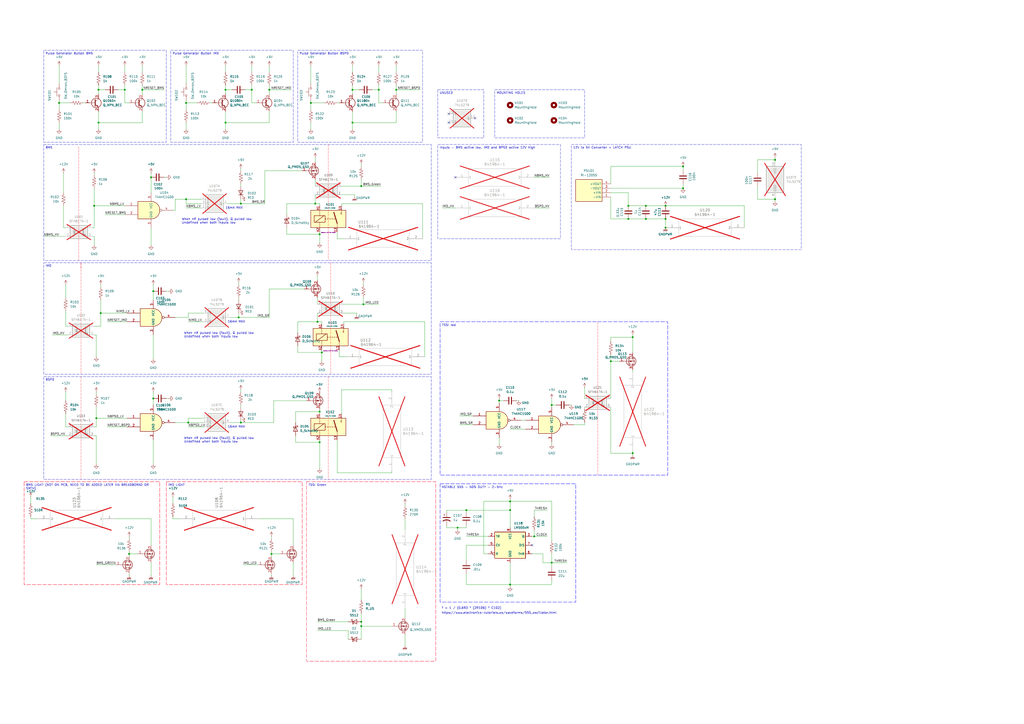
<source format=kicad_sch>
(kicad_sch (version 20250114) (generator "eeschema") (generator_version "9.0")
  (paper "A2")
  (text "16mA MAX" (at 137.16 247.65 0) (effects (font (size 1.27 1.27))))
  (text "16mA MAX" (at 137.16 186.69 0) (effects (font (size 1.27 1.27))))
  (text "16mA MAX" (at 135.89 120.65 0) (effects (font (size 1.27 1.27))))
  (text "When nR pulsed low (fault), Q pulled low\nUndefined when both inputs low" (at 106.68 255.27 0) (effects (font (size 1.27 1.27)) (justify left)))
  (text "f = 1 / (0.693 * (2R106) * C102)" (at 256.286 352.806 0) (effects (font (size 1.27 1.27)) (justify left)))
  (text "https://www.electronics-tutorials.ws/waveforms/555_oscillator.html" (at 289.56 355.6 0) (effects (font (size 1.27 1.27))))
  (text "When nR pulsed low (fault), Q pulled low\nUndefined when both inputs low" (at 106.68 194.31 0) (effects (font (size 1.27 1.27)) (justify left)))
  (text "When nR pulsed low (fault), Q pulled low\nUndefined when both inputs low" (at 105.41 128.27 0) (effects (font (size 1.27 1.27)) (justify left)))
  (text_box "UNUSED" (at 254 52.07 0) (size 26.67 27.94) (margins 0.9525 0.9525 0.9525 0.9525) (stroke (width 0) (type dash)) (effects (font (size 1.27 1.27)) (justify left top)))
  (text_box "BMS\n" (at 25.4 83.82 0) (size 224.79 67.31) (margins 0.9525 0.9525 0.9525 0.9525) (stroke (width 0) (type dash)) (effects (font (size 1.27 1.27)) (justify left top)))
  (text_box "Pulse Generator Button BMS\n" (at 25.4 29.21 0) (size 71.12 53.34) (margins 0.9525 0.9525 0.9525 0.9525) (stroke (width 0) (type dash)) (effects (font (size 1.27 1.27)) (justify left top)))
  (text_box "TSSI red " (at 255.27 186.69 0) (size 132.08 88.9) (margins 1.0541 1.0541 1.0541 1.0541) (stroke (width 0.2032) (type dash) (color 0 0 255 1)) (effects (font (size 1.27 1.27)) (justify left top)))
  (text_box "Pulse Generator Button BSPD\n\n" (at 172.72 29.21 0) (size 72.39 53.34) (margins 0.9525 0.9525 0.9525 0.9525) (stroke (width 0) (type dash)) (effects (font (size 1.27 1.27)) (justify left top)))
  (text_box "TSSI Green\n" (at 177.8 279.4 0) (size 74.93 104.14) (margins 1.0541 1.0541 1.0541 1.0541) (stroke (width 0.2032) (type dash) (color 255 25 58 1)) (effects (font (size 1.27 1.27)) (justify left top)))
  (text_box "ASTABLE 555 - 50% DUTY - 2-5Hz" (at 255.27 280.67 0) (size 78.74 68.58) (margins 1.0541 1.0541 1.0541 1.0541) (stroke (width 0.2032) (type dash) (color 0 0 255 1)) (effects (font (size 1.27 1.27)) (justify left top)))
  (text_box "Pulse Generator Button IMD\n\n" (at 99.06 29.21 0) (size 71.12 53.34) (margins 0.9525 0.9525 0.9525 0.9525) (stroke (width 0) (type dash)) (effects (font (size 1.27 1.27)) (justify left top)))
  (text_box "12V to 5V Converter + LATCH PSU" (at 331.47 83.82 0) (size 133.35 60.96) (margins 0.9525 0.9525 0.9525 0.9525) (stroke (width 0) (type dash)) (effects (font (size 1.27 1.27)) (justify left top)))
  (text_box "MOUNTING HOLES\n" (at 287.02 52.07 0) (size 52.07 27.94) (margins 0.9525 0.9525 0.9525 0.9525) (stroke (width 0) (type dash)) (effects (font (size 1.27 1.27)) (justify left top)))
  (text_box "Inputs - BMS active low, IMD and BPSD active 12V high\n" (at 254 83.82 0) (size 71.12 54.61) (margins 0.9525 0.9525 0.9525 0.9525) (stroke (width 0) (type dash)) (effects (font (size 1.27 1.27)) (justify left top)))
  (text_box "BMS LIGHT (NOT ON PCB, NEED TO BE ADDED LATER VIA BREADBORAD OR SMTH)" (at 13.97 279.4 0) (size 78.74 59.69) (margins 1.0541 1.0541 1.0541 1.0541) (stroke (width 0.2032) (type dash) (color 255 0 30 1)) (effects (font (size 1.27 1.27)) (justify left top)))
  (text_box "IMD" (at 25.4 152.4 0) (size 224.79 64.77) (margins 0.9525 0.9525 0.9525 0.9525) (stroke (width 0) (type dash)) (effects (font (size 1.27 1.27)) (justify left top)))
  (text_box "BSPD\n" (at 25.4 218.44 0) (size 224.79 59.69) (margins 0.9525 0.9525 0.9525 0.9525) (stroke (width 0) (type dash)) (effects (font (size 1.27 1.27)) (justify left top)))
  (text_box "IMD LIGHT" (at 96.52 279.4 0) (size 78.74 59.69) (margins 1.0541 1.0541 1.0541 1.0541) (stroke (width 0.2032) (type dash) (color 255 0 30 1)) (effects (font (size 1.27 1.27)) (justify left top)))
  (junction (at 138.43 184.15))
  (junction (at 219.71 52.07))
  (junction (at 270.51 295.91))
  (junction (at 396.24 109.22))
  (junction (at 354.33 209.55))
  (junction (at 55.88 242.57))
  (junction (at 109.22 245.11))
  (junction (at 54.61 119.38))
  (junction (at 82.55 52.07))
  (junction (at 209.55 360.68))
  (junction (at 367.03 195.58))
  (junction (at 374.65 119.38))
  (junction (at 265.43 306.07))
  (junction (at 449.58 115.57))
  (junction (at 295.91 339.09))
  (junction (at 139.7 118.11))
  (junction (at 186.69 204.47))
  (junction (at 185.42 256.54))
  (junction (at 204.47 52.07))
  (junction (at 229.87 52.07))
  (junction (at 386.08 127))
  (junction (at 209.55 363.22))
  (junction (at 130.81 52.07))
  (junction (at 185.42 135.89))
  (junction (at 295.91 290.83))
  (junction (at 386.08 119.38))
  (junction (at 295.91 295.91))
  (junction (at 156.21 52.07))
  (junction (at 204.47 71.12))
  (junction (at 210.82 176.53))
  (junction (at 180.34 59.69))
  (junction (at 72.39 52.07))
  (junction (at 157.48 321.31))
  (junction (at 185.42 238.76))
  (junction (at 58.42 181.61))
  (junction (at 396.24 96.52))
  (junction (at 87.63 102.87))
  (junction (at 320.04 234.95))
  (junction (at 386.08 132.08))
  (junction (at 364.49 127))
  (junction (at 364.49 119.38))
  (junction (at 88.9 168.91))
  (junction (at 57.15 52.07))
  (junction (at 184.15 186.69))
  (junction (at 57.15 71.12))
  (junction (at 130.81 71.12))
  (junction (at 320.04 326.39))
  (junction (at 107.95 59.69))
  (junction (at 107.95 115.57))
  (junction (at 182.88 118.11))
  (junction (at 289.56 232.41))
  (junction (at 449.58 92.71))
  (junction (at 209.55 107.95))
  (junction (at 139.7 245.11))
  (junction (at 367.03 262.89))
  (junction (at 34.29 59.69))
  (junction (at 88.9 231.14))
  (junction (at 374.65 127))
  (junction (at 74.93 321.31))
  (junction (at 146.05 52.07))
  (junction (at 309.88 311.15))
  (no_connect (at 308.61 316.23))
  (no_connect (at 275.59 68.58))
  (no_connect (at 260.35 71.12))
  (no_connect (at 264.16 102.87))
  (no_connect (at 260.35 66.04))
  (wire (pts (xy 74.93 332.74) (xy 74.93 334.01)))
  (wire (pts (xy 439.42 100.33) (xy 439.42 92.71)))
  (wire (pts (xy 74.93 321.31) (xy 80.01 321.31)))
  (wire (pts (xy 54.61 252.73) (xy 55.88 252.73)))
  (wire (pts (xy 130.81 64.77) (xy 130.81 71.12)))
  (wire (pts (xy 259.08 295.91) (xy 259.08 297.18)))
  (wire (pts (xy 309.88 295.91) (xy 309.88 299.72)))
  (wire (pts (xy 227.33 273.05) (xy 227.33 274.32)))
  (wire (pts (xy 107.95 58.42) (xy 107.95 59.69)))
  (wire (pts (xy 209.55 107.95) (xy 220.98 107.95)))
  (wire (pts (xy 386.08 127) (xy 386.08 132.08)))
  (wire (pts (xy 317.5 311.15) (xy 309.88 311.15)))
  (wire (pts (xy 107.95 48.26) (xy 107.95 38.1)))
  (polyline (pts (xy 190.5 83.82) (xy 190.5 151.13)) (stroke (width 0.127) (type dash) (color 255 0 9 1)))
  (wire (pts (xy 74.93 311.15) (xy 74.93 312.42)))
  (wire (pts (xy 109.22 242.57) (xy 109.22 245.11)))
  (wire (pts (xy 195.58 59.69) (xy 196.85 59.69)))
  (wire (pts (xy 227.33 274.32) (xy 195.58 274.32)))
  (wire (pts (xy 449.58 114.3) (xy 449.58 115.57)))
  (wire (pts (xy 172.72 186.69) (xy 184.15 186.69)))
  (wire (pts (xy 36.83 119.38) (xy 36.83 132.08)))
  (wire (pts (xy 142.24 52.07) (xy 146.05 52.07)))
  (wire (pts (xy 295.91 290.83) (xy 320.04 290.83)))
  (wire (pts (xy 109.22 247.65) (xy 118.11 247.65)))
  (wire (pts (xy 107.95 120.65) (xy 116.84 120.65)))
  (wire (pts (xy 331.47 234.95) (xy 330.2 234.95)))
  (wire (pts (xy 72.39 59.69) (xy 74.93 59.69)))
  (wire (pts (xy 74.93 320.04) (xy 74.93 321.31)))
  (wire (pts (xy 364.49 127) (xy 374.65 127)))
  (wire (pts (xy 101.6 121.92) (xy 100.33 121.92)))
  (wire (pts (xy 229.87 71.12) (xy 204.47 71.12)))
  (wire (pts (xy 209.55 355.6) (xy 209.55 360.68)))
  (wire (pts (xy 107.95 59.69) (xy 114.3 59.69)))
  (wire (pts (xy 82.55 49.53) (xy 82.55 52.07)))
  (wire (pts (xy 82.55 38.1) (xy 82.55 41.91)))
  (wire (pts (xy 196.85 203.2) (xy 196.85 207.01)))
  (wire (pts (xy 87.63 102.87) (xy 87.63 111.76)))
  (polyline (pts (xy 45.72 85.09) (xy 45.72 151.13)) (stroke (width 0.127) (type dash) (color 255 0 9 1)))
  (wire (pts (xy 449.58 91.44) (xy 449.58 92.71)))
  (wire (pts (xy 185.42 255.27) (xy 185.42 256.54)))
  (wire (pts (xy 87.63 326.39) (xy 87.63 334.01)))
  (wire (pts (xy 234.95 368.3) (xy 234.95 374.65)))
  (wire (pts (xy 72.39 52.07) (xy 72.39 59.69)))
  (wire (pts (xy 295.91 339.09) (xy 320.04 339.09)))
  (wire (pts (xy 186.69 204.47) (xy 172.72 204.47)))
  (wire (pts (xy 182.88 118.11) (xy 185.42 118.11)))
  (wire (pts (xy 140.97 327.66) (xy 149.86 327.66)))
  (wire (pts (xy 60.96 124.46) (xy 72.39 124.46)))
  (wire (pts (xy 180.34 58.42) (xy 180.34 59.69)))
  (wire (pts (xy 396.24 106.68) (xy 396.24 109.22)))
  (wire (pts (xy 219.71 38.1) (xy 219.71 41.91)))
  (wire (pts (xy 171.45 256.54) (xy 171.45 252.73)))
  (wire (pts (xy 158.75 245.11) (xy 158.75 232.41)))
  (wire (pts (xy 54.61 119.38) (xy 72.39 119.38)))
  (wire (pts (xy 17.78 300.99) (xy 21.59 300.99)))
  (wire (pts (xy 209.55 363.22) (xy 209.55 370.84)))
  (wire (pts (xy 199.39 186.69) (xy 246.38 186.69)))
  (wire (pts (xy 320.04 321.31) (xy 320.04 326.39)))
  (wire (pts (xy 302.26 243.84) (xy 304.8 243.84)))
  (wire (pts (xy 234.95 353.06) (xy 234.95 358.14)))
  (wire (pts (xy 166.37 118.11) (xy 182.88 118.11)))
  (wire (pts (xy 130.81 52.07) (xy 134.62 52.07)))
  (wire (pts (xy 289.56 232.41) (xy 292.1 232.41)))
  (wire (pts (xy 320.04 326.39) (xy 328.93 326.39)))
  (wire (pts (xy 367.03 261.62) (xy 367.03 262.89)))
  (wire (pts (xy 138.43 181.61) (xy 138.43 184.15)))
  (wire (pts (xy 195.58 255.27) (xy 195.58 274.32)))
  (wire (pts (xy 139.7 106.68) (xy 139.7 107.95)))
  (wire (pts (xy 210.82 176.53) (xy 210.82 172.72)))
  (wire (pts (xy 246.38 186.69) (xy 246.38 207.01)))
  (wire (pts (xy 38.1 180.34) (xy 38.1 189.23)))
  (wire (pts (xy 153.67 99.06) (xy 175.26 99.06)))
  (wire (pts (xy 354.33 106.68) (xy 354.33 96.52)))
  (wire (pts (xy 156.21 184.15) (xy 156.21 167.64)))
  (wire (pts (xy 198.12 107.95) (xy 209.55 107.95)))
  (wire (pts (xy 121.92 59.69) (xy 123.19 59.69)))
  (wire (pts (xy 53.34 137.16) (xy 54.61 137.16)))
  (wire (pts (xy 58.42 165.1) (xy 58.42 166.37)))
  (wire (pts (xy 109.22 181.61) (xy 109.22 184.15)))
  (wire (pts (xy 354.33 96.52) (xy 396.24 96.52)))
  (wire (pts (xy 295.91 326.39) (xy 295.91 339.09)))
  (wire (pts (xy 30.48 194.31) (xy 39.37 194.31)))
  (wire (pts (xy 354.33 209.55) (xy 354.33 231.14)))
  (wire (pts (xy 130.81 71.12) (xy 130.81 74.93)))
  (wire (pts (xy 229.87 64.77) (xy 229.87 71.12)))
  (wire (pts (xy 320.04 234.95) (xy 322.58 234.95)))
  (wire (pts (xy 201.93 365.76) (xy 201.93 370.84)))
  (wire (pts (xy 88.9 227.33) (xy 88.9 231.14)))
  (wire (pts (xy 54.61 109.22) (xy 54.61 119.38)))
  (wire (pts (xy 48.26 59.69) (xy 49.53 59.69)))
  (wire (pts (xy 133.35 245.11) (xy 139.7 245.11)))
  (wire (pts (xy 199.39 186.69) (xy 199.39 187.96)))
  (wire (pts (xy 185.42 118.11) (xy 185.42 119.38)))
  (wire (pts (xy 88.9 255.27) (xy 88.9 269.24)))
  (wire (pts (xy 320.04 256.54) (xy 320.04 257.81)))
  (wire (pts (xy 146.05 52.07) (xy 146.05 59.69)))
  (wire (pts (xy 67.31 300.99) (xy 87.63 300.99)))
  (wire (pts (xy 109.22 181.61) (xy 118.11 181.61)))
  (wire (pts (xy 29.21 252.73) (xy 39.37 252.73)))
  (wire (pts (xy 209.55 95.25) (xy 209.55 96.52)))
  (wire (pts (xy 55.88 242.57) (xy 73.66 242.57)))
  (polyline (pts (xy 190.5 218.44) (xy 190.5 278.13)) (stroke (width 0.127) (type dash) (color 255 0 9 1)))
  (wire (pts (xy 196.85 207.01) (xy 200.66 207.01)))
  (wire (pts (xy 367.03 195.58) (xy 354.33 195.58)))
  (wire (pts (xy 82.55 52.07) (xy 82.55 54.61)))
  (wire (pts (xy 107.95 71.12) (xy 107.95 74.93)))
  (wire (pts (xy 204.47 38.1) (xy 204.47 41.91)))
  (wire (pts (xy 87.63 100.33) (xy 87.63 102.87)))
  (wire (pts (xy 158.75 232.41) (xy 177.8 232.41)))
  (wire (pts (xy 300.99 232.41) (xy 299.72 232.41)))
  (wire (pts (xy 186.69 186.69) (xy 186.69 187.96)))
  (wire (pts (xy 270.51 339.09) (xy 295.91 339.09)))
  (wire (pts (xy 55.88 242.57) (xy 55.88 247.65)))
  (wire (pts (xy 207.01 182.88) (xy 207.01 181.61)))
  (wire (pts (xy 309.88 311.15) (xy 308.61 311.15)))
  (wire (pts (xy 156.21 38.1) (xy 156.21 41.91)))
  (wire (pts (xy 209.55 341.63) (xy 209.55 347.98)))
  (wire (pts (xy 339.09 236.22) (xy 339.09 237.49)))
  (wire (pts (xy 396.24 96.52) (xy 396.24 99.06)))
  (wire (pts (xy 101.6 245.11) (xy 109.22 245.11)))
  (wire (pts (xy 449.58 116.84) (xy 449.58 115.57)))
  (wire (pts (xy 234.95 292.1) (xy 234.95 293.37)))
  (wire (pts (xy 318.77 120.65) (xy 309.88 120.65)))
  (wire (pts (xy 180.34 59.69) (xy 187.96 59.69)))
  (wire (pts (xy 138.43 163.83) (xy 138.43 165.1)))
  (wire (pts (xy 198.12 118.11) (xy 245.11 118.11)))
  (wire (pts (xy 289.56 254) (xy 289.56 257.81)))
  (wire (pts (xy 55.88 327.66) (xy 67.31 327.66)))
  (wire (pts (xy 198.12 118.11) (xy 198.12 119.38)))
  (wire (pts (xy 195.58 134.62) (xy 195.58 138.43)))
  (wire (pts (xy 374.65 127) (xy 386.08 127)))
  (wire (pts (xy 209.55 104.14) (xy 209.55 107.95)))
  (wire (pts (xy 118.11 245.11) (xy 109.22 245.11)))
  (wire (pts (xy 449.58 92.71) (xy 449.58 93.98)))
  (wire (pts (xy 156.21 64.77) (xy 156.21 71.12)))
  (wire (pts (xy 184.15 365.76) (xy 201.93 365.76)))
  (wire (pts (xy 153.67 118.11) (xy 153.67 99.06)))
  (wire (pts (xy 38.1 165.1) (xy 38.1 172.72)))
  (wire (pts (xy 354.33 127) (xy 364.49 127)))
  (wire (pts (xy 166.37 118.11) (xy 166.37 124.46)))
  (wire (pts (xy 38.1 227.33) (xy 38.1 232.41)))
  (wire (pts (xy 209.55 360.68) (xy 209.55 363.22)))
  (wire (pts (xy 157.48 320.04) (xy 157.48 321.31)))
  (wire (pts (xy 259.08 295.91) (xy 270.51 295.91)))
  (polyline (pts (xy 46.99 152.4) (xy 46.99 217.17)) (stroke (width 0.127) (type dash) (color 255 0 9 1)))
  (wire (pts (xy 243.84 52.07) (xy 229.87 52.07)))
  (wire (pts (xy 205.74 114.3) (xy 205.74 113.03)))
  (wire (pts (xy 68.58 52.07) (xy 72.39 52.07)))
  (wire (pts (xy 82.55 64.77) (xy 82.55 71.12)))
  (wire (pts (xy 185.42 256.54) (xy 171.45 256.54)))
  (wire (pts (xy 57.15 38.1) (xy 57.15 41.91)))
  (wire (pts (xy 266.7 241.3) (xy 274.32 241.3)))
  (wire (pts (xy 146.05 52.07) (xy 146.05 49.53)))
  (wire (pts (xy 62.23 247.65) (xy 73.66 247.65)))
  (wire (pts (xy 34.29 71.12) (xy 34.29 74.93)))
  (wire (pts (xy 38.1 247.65) (xy 39.37 247.65)))
  (wire (pts (xy 186.69 204.47) (xy 186.69 209.55)))
  (wire (pts (xy 320.04 290.83) (xy 320.04 313.69)))
  (wire (pts (xy 314.96 321.31) (xy 308.61 321.31)))
  (wire (pts (xy 170.18 326.39) (xy 170.18 334.01)))
  (wire (pts (xy 289.56 231.14) (xy 289.56 232.41)))
  (wire (pts (xy 204.47 52.07) (xy 208.28 52.07)))
  (wire (pts (xy 198.12 226.06) (xy 227.33 226.06)))
  (wire (pts (xy 354.33 114.3) (xy 354.33 127)))
  (wire (pts (xy 185.42 135.89) (xy 166.37 135.89)))
  (wire (pts (xy 229.87 38.1) (xy 229.87 41.91)))
  (wire (pts (xy 172.72 186.69) (xy 172.72 193.04)))
  (wire (pts (xy 166.37 135.89) (xy 166.37 132.08)))
  (wire (pts (xy 156.21 71.12) (xy 130.81 71.12)))
  (wire (pts (xy 156.21 52.07) (xy 156.21 54.61)))
  (wire (pts (xy 139.7 234.95) (xy 139.7 236.22)))
  (wire (pts (xy 36.83 100.33) (xy 36.83 111.76)))
  (wire (pts (xy 149.86 300.99) (xy 170.18 300.99)))
  (wire (pts (xy 55.88 252.73) (xy 55.88 269.24)))
  (wire (pts (xy 36.83 132.08) (xy 38.1 132.08)))
  (wire (pts (xy 431.8 119.38) (xy 386.08 119.38)))
  (wire (pts (xy 116.84 118.11) (xy 107.95 118.11)))
  (wire (pts (xy 320.04 234.95) (xy 320.04 236.22)))
  (wire (pts (xy 354.33 109.22) (xy 396.24 109.22)))
  (wire (pts (xy 280.67 321.31) (xy 280.67 290.83)))
  (wire (pts (xy 95.25 52.07) (xy 82.55 52.07)))
  (wire (pts (xy 25.4 137.16) (xy 38.1 137.16)))
  (wire (pts (xy 138.43 184.15) (xy 156.21 184.15)))
  (wire (pts (xy 156.21 49.53) (xy 156.21 52.07)))
  (wire (pts (xy 204.47 64.77) (xy 204.47 71.12)))
  (wire (pts (xy 17.78 288.29) (xy 17.78 292.1)))
  (wire (pts (xy 107.95 59.69) (xy 107.95 63.5)))
  (wire (pts (xy 170.18 300.99) (xy 170.18 316.23)))
  (wire (pts (xy 157.48 332.74) (xy 157.48 334.01)))
  (wire (pts (xy 55.88 228.6) (xy 55.88 227.33)))
  (wire (pts (xy 186.69 203.2) (xy 186.69 204.47)))
  (wire (pts (xy 182.88 104.14) (xy 182.88 107.95)))
  (wire (pts (xy 58.42 181.61) (xy 73.66 181.61)))
  (wire (pts (xy 185.42 238.76) (xy 185.42 240.03)))
  (wire (pts (xy 259.08 306.07) (xy 265.43 306.07)))
  (wire (pts (xy 204.47 52.07) (xy 204.47 54.61)))
  (wire (pts (xy 207.01 181.61) (xy 199.39 181.61)))
  (wire (pts (xy 270.51 304.8) (xy 270.51 306.07)))
  (wire (pts (xy 72.39 38.1) (xy 72.39 41.91)))
  (wire (pts (xy 219.71 52.07) (xy 219.71 59.69)))
  (wire (pts (xy 54.61 247.65) (xy 55.88 247.65)))
  (wire (pts (xy 139.7 97.79) (xy 139.7 99.06)))
  (wire (pts (xy 180.34 71.12) (xy 180.34 74.93)))
  (wire (pts (xy 314.96 326.39) (xy 320.04 326.39)))
  (wire (pts (xy 74.93 321.31) (xy 74.93 322.58)))
  (wire (pts (xy 101.6 121.92) (xy 101.6 115.57)))
  (wire (pts (xy 180.34 48.26) (xy 180.34 38.1)))
  (wire (pts (xy 185.42 238.76) (xy 171.45 238.76)))
  (wire (pts (xy 295.91 248.92) (xy 304.8 248.92)))
  (polyline (pts (xy 46.99 218.44) (xy 46.99 278.13)) (stroke (width 0.127) (type dash) (color 255 0 9 1)))
  (wire (pts (xy 180.34 59.69) (xy 180.34 63.5)))
  (wire (pts (xy 198.12 226.06) (xy 198.12 240.03)))
  (wire (pts (xy 58.42 173.99) (xy 58.42 181.61)))
  (wire (pts (xy 88.9 165.1) (xy 88.9 168.91)))
  (wire (pts (xy 270.51 316.23) (xy 270.51 325.12)))
  (wire (pts (xy 374.65 119.38) (xy 386.08 119.38)))
  (wire (pts (xy 449.58 115.57) (xy 439.42 115.57)))
  (wire (pts (xy 54.61 119.38) (xy 54.61 132.08)))
  (wire (pts (xy 55.88 236.22) (xy 55.88 242.57)))
  (wire (pts (xy 195.58 138.43) (xy 199.39 138.43)))
  (wire (pts (xy 184.15 186.69) (xy 186.69 186.69)))
  (wire (pts (xy 101.6 184.15) (xy 109.22 184.15)))
  (wire (pts (xy 364.49 111.76) (xy 364.49 119.38)))
  (wire (pts (xy 157.48 311.15) (xy 157.48 312.42)))
  (wire (pts (xy 54.61 137.16) (xy 54.61 142.24)))
  (wire (pts (xy 62.23 186.69) (xy 73.66 186.69)))
  (wire (pts (xy 431.8 132.08) (xy 431.8 119.38)))
  (wire (pts (xy 57.15 64.77) (xy 57.15 71.12)))
  (wire (pts (xy 185.42 134.62) (xy 185.42 135.89)))
  (wire (pts (xy 367.03 194.31) (xy 367.03 195.58)))
  (wire (pts (xy 185.42 237.49) (xy 185.42 238.76)))
  (wire (pts (xy 314.96 321.31) (xy 314.96 326.39)))
  (wire (pts (xy 256.54 120.65) (xy 264.16 120.65)))
  (wire (pts (xy 97.79 231.14) (xy 96.52 231.14)))
  (wire (pts (xy 182.88 91.44) (xy 182.88 93.98)))
  (wire (pts (xy 138.43 172.72) (xy 138.43 173.99)))
  (wire (pts (xy 156.21 167.64) (xy 176.53 167.64)))
  (wire (pts (xy 54.61 189.23) (xy 58.42 189.23)))
  (wire (pts (xy 219.71 52.07) (xy 219.71 49.53)))
  (wire (pts (xy 54.61 101.6) (xy 54.61 100.33)))
  (wire (pts (xy 354.33 111.76) (xy 364.49 111.76)))
  (wire (pts (xy 199.39 176.53) (xy 210.82 176.53)))
  (wire (pts (xy 320.04 336.55) (xy 320.04 339.09)))
  (wire (pts (xy 54.61 132.08) (xy 53.34 132.08)))
  (wire (pts (xy 283.21 321.31) (xy 280.67 321.31)))
  (wire (pts (xy 317.5 295.91) (xy 309.88 295.91)))
  (wire (pts (xy 88.9 168.91) (xy 88.9 173.99)))
  (wire (pts (xy 54.61 194.31) (xy 55.88 194.31)))
  (wire (pts (xy 265.43 307.34) (xy 265.43 306.07)))
  (wire (pts (xy 354.33 209.55) (xy 359.41 209.55)))
  (wire (pts (xy 270.51 316.23) (xy 283.21 316.23)))
  (polyline (pts (xy 346.71 186.69) (xy 346.71 275.59)) (stroke (width 0.127) (type dash) (color 255 0 9 1)))
  (wire (pts (xy 139.7 118.11) (xy 153.67 118.11)))
  (wire (pts (xy 219.71 176.53) (xy 210.82 176.53)))
  (wire (pts (xy 210.82 163.83) (xy 210.82 165.1)))
  (wire (pts (xy 72.39 52.07) (xy 72.39 49.53)))
  (wire (pts (xy 139.7 115.57) (xy 139.7 118.11)))
  (wire (pts (xy 87.63 300.99) (xy 87.63 316.23)))
  (wire (pts (xy 204.47 71.12) (xy 204.47 74.93)))
  (wire (pts (xy 58.42 181.61) (xy 58.42 189.23)))
  (wire (pts (xy 219.71 59.69) (xy 222.25 59.69)))
  (wire (pts (xy 289.56 232.41) (xy 289.56 233.68)))
  (wire (pts (xy 185.42 135.89) (xy 185.42 140.97)))
  (wire (pts (xy 55.88 194.31) (xy 55.88 207.01)))
  (wire (pts (xy 265.43 306.07) (xy 270.51 306.07)))
  (wire (pts (xy 157.48 321.31) (xy 162.56 321.31)))
  (wire (pts (xy 184.15 360.68) (xy 201.93 360.68)))
  (wire (pts (xy 184.15 160.02) (xy 184.15 162.56)))
  (wire (pts (xy 130.81 49.53) (xy 130.81 52.07)))
  (wire (pts (xy 184.15 181.61) (xy 184.15 186.69)))
  (wire (pts (xy 354.33 205.74) (xy 354.33 209.55)))
  (wire (pts (xy 57.15 49.53) (xy 57.15 52.07)))
  (wire (pts (xy 259.08 304.8) (xy 259.08 306.07)))
  (wire (pts (xy 57.15 52.07) (xy 60.96 52.07)))
  (wire (pts (xy 354.33 236.22) (xy 354.33 262.89)))
  (wire (pts (xy 270.51 332.74) (xy 270.51 339.09)))
  (wire (pts (xy 270.51 295.91) (xy 295.91 295.91)))
  (wire (pts (xy 171.45 238.76) (xy 171.45 245.11)))
  (wire (pts (xy 280.67 290.83) (xy 295.91 290.83)))
  (wire (pts (xy 146.05 38.1) (xy 146.05 41.91)))
  (wire (pts (xy 354.33 195.58) (xy 354.33 198.12)))
  (wire (pts (xy 245.11 118.11) (xy 245.11 138.43)))
  (wire (pts (xy 295.91 295.91) (xy 295.91 306.07)))
  (wire (pts (xy 229.87 49.53) (xy 229.87 52.07)))
  (wire (pts (xy 57.15 52.07) (xy 57.15 54.61)))
  (wire (pts (xy 339.09 246.38) (xy 339.09 245.11)))
  (wire (pts (xy 205.74 113.03) (xy 198.12 113.03)))
  (wire (pts (xy 295.91 290.83) (xy 295.91 295.91)))
  (wire (pts (xy 172.72 204.47) (xy 172.72 200.66)))
  (wire (pts (xy 100.33 299.72) (xy 100.33 300.99)))
  (wire (pts (xy 132.08 118.11) (xy 139.7 118.11)))
  (wire (pts (xy 146.05 59.69) (xy 148.59 59.69)))
  (polyline (pts (xy 46.99 152.4) (xy 46.99 156.21)) (stroke (width 0.127) (type dash) (color 255 0 9 1)))
  (wire (pts (xy 38.1 189.23) (xy 39.37 189.23)))
  (wire (pts (xy 320.04 231.14) (xy 320.04 234.95)))
  (wire (pts (xy 439.42 115.57) (xy 439.42 107.95)))
  (wire (pts (xy 185.42 256.54) (xy 185.42 271.78)))
  (wire (pts (xy 270.51 311.15) (xy 283.21 311.15)))
  (wire (pts (xy 34.29 48.26) (xy 34.29 38.1)))
  (wire (pts (xy 182.88 113.03) (xy 182.88 118.11)))
  (wire (pts (xy 339.09 224.79) (xy 339.09 231.14)))
  (wire (pts (xy 229.87 52.07) (xy 229.87 54.61)))
  (wire (pts (xy 107.95 115.57) (xy 107.95 118.11)))
  (wire (pts (xy 101.6 115.57) (xy 107.95 115.57)))
  (wire (pts (xy 34.29 58.42) (xy 34.29 59.69)))
  (wire (pts (xy 97.79 168.91) (xy 96.52 168.91)))
  (wire (pts (xy 130.81 52.07) (xy 130.81 54.61)))
  (wire (pts (xy 139.7 245.11) (xy 158.75 245.11)))
  (wire (pts (xy 38.1 240.03) (xy 38.1 247.65)))
  (wire (pts (xy 107.95 115.57) (xy 116.84 115.57)))
  (wire (pts (xy 88.9 231.14) (xy 88.9 234.95)))
  (wire (pts (xy 34.29 59.69) (xy 34.29 63.5)))
  (wire (pts (xy 354.33 262.89) (xy 367.03 262.89)))
  (wire (pts (xy 234.95 300.99) (xy 234.95 307.34)))
  (wire (pts (xy 184.15 172.72) (xy 184.15 176.53)))
  (wire (pts (xy 320.04 326.39) (xy 320.04 328.93)))
  (wire (pts (xy 332.74 246.38) (xy 339.09 246.38)))
  (wire (pts (xy 109.22 242.57) (xy 118.11 242.57)))
  (wire (pts (xy 227.33 226.06) (xy 227.33 227.33)))
  (wire (pts (xy 34.29 59.69) (xy 40.64 59.69)))
  (wire (pts (xy 82.55 71.12) (xy 57.15 71.12)))
  (wire (pts (xy 295.91 289.56) (xy 295.91 290.83)))
  (wire (pts (xy 100.33 300.99) (xy 104.14 300.99)))
  (wire (pts (xy 309.88 307.34) (xy 309.88 311.15)))
  (wire (pts (xy 266.7 246.38) (xy 274.32 246.38)))
  (wire (pts (xy 367.03 214.63) (xy 367.03 215.9)))
  (wire (pts (xy 17.78 299.72) (xy 17.78 300.99)))
  (wire (pts (xy 133.35 184.15) (xy 138.43 184.15)))
  (wire (pts (xy 204.47 49.53) (xy 204.47 52.07)))
  (wire (pts (xy 270.51 295.91) (xy 270.51 297.18)))
  (wire (pts (xy 209.55 363.22) (xy 227.33 363.22)))
  (wire (pts (xy 100.33 288.29) (xy 100.33 292.1)))
  (wire (pts (xy 168.91 52.07) (xy 156.21 52.07)))
  (wire (pts (xy 215.9 52.07) (xy 219.71 52.07)))
  (wire (pts (xy 109.22 186.69) (xy 118.11 186.69)))
  (wire (pts (xy 309.88 102.87) (xy 318.77 102.87)))
  (wire (pts (xy 139.7 226.06) (xy 139.7 227.33)))
  (wire (pts (xy 57.15 71.12) (xy 57.15 74.93)))
  (wire (pts (xy 439.42 92.71) (xy 449.58 92.71)))
  (wire (pts (xy 367.03 195.58) (xy 367.03 204.47)))
  (wire (pts (xy 88.9 194.31) (xy 88.9 208.28)))
  (wire (pts (xy 87.63 132.08) (xy 87.63 142.24)))
  (wire (pts (xy 367.03 262.89) (xy 367.03 264.16)))
  (wire (pts (xy 96.52 102.87) (xy 95.25 102.87)))
  (wire (pts (xy 130.81 38.1) (xy 130.81 41.91)))
  (polyline (pts (xy 191.77 152.4) (xy 191.77 217.17)) (stroke (width 0.127) (type dash) (color 255 0 9 1)))
  (wire (pts (xy 295.91 339.09) (xy 295.91 340.36)))
  (wire (pts (xy 364.49 119.38) (xy 374.65 119.38)))
  (wire (pts (xy 139.7 243.84) (xy 139.7 245.11)))
  (wire (pts (xy 157.48 321.31) (xy 157.48 322.58)))
  (label "CLOCK" (at 317.5 311.15 180))
  (label "NIMD_LV" (at 109.22 186.69 0))
  (label "NBMS_LV" (at 107.95 120.65 0))
  (label "BSPD_HV" (at 29.21 252.73 0))
  (label "NRESET_IMD" (at 62.23 186.69 0))
  (label "NBPSD_LV" (at 109.22 247.65 0))
  (label "THRESH" (at 270.51 311.15 0))
  (label "BMS_SR" (at 266.7 246.38 0))
  (label "NBMS_HV" (at 25.4 137.16 0))
  (label "NBMS_HV" (at 318.77 102.87 180))
  (label "IMD_HV" (at 256.54 120.65 0))
  (label "NRESET_BSPD" (at 62.23 247.65 0))
  (label "BSPD_HV" (at 318.77 120.65 180))
  (label "NBPSD_LV" (at 62.23 242.57 0))
  (label "IMD_LED" (at 140.97 327.66 0))
  (label "NBMS_LV" (at 63.5 119.38 0))
  (label "IMD_SR" (at 156.21 184.15 180))
  (label "NRESET_BMS" (at 95.25 52.07 180))
  (label "NRESET_BSPD" (at 243.84 52.07 180))
  (label "IMD_SR" (at 266.7 241.3 0))
  (label "THRESH" (at 317.5 295.91 180))
  (label "BMS_Green" (at 220.98 107.95 180))
  (label "CLOCK" (at 295.91 248.92 0))
  (label "BMS_Green" (at 184.15 360.68 0))
  (label "NIMD_LV" (at 67.31 181.61 0))
  (label "BMS_SR" (at 153.67 118.11 180))
  (label "BMS_GREEN" (at 55.88 327.66 0))
  (label "THRESH" (at 328.93 326.39 180))
  (label "NRESET_IMD" (at 168.91 52.07 180))
  (label "IMD_LED" (at 184.15 365.76 0))
  (label "NRESET_BMS" (at 60.96 124.46 0))
  (label "IMD_LED" (at 219.71 176.53 180))
  (label "IMD_HV" (at 30.48 194.31 0))
  (symbol (lib_id "power:+5V") (at 138.43 163.83 0) (unit 1)
    (property "Reference" "#PWR0130" (effects (hide yes)))
    (property "Value" "+5V" (at 138.43 158.75 0))
  )
  (symbol (lib_id "Device:R_US") (at 156.21 45.72 0) (unit 1)
    (property "Reference" "R120" (at 158.75 44.4499 0) (effects (justify left)))
    (property "Value" "1k" (at 158.75 46.9899 0) (effects (justify left)))
    (property "Footprint" "Resistor_SMD:R_0805_2012Metric_Pad1.20x1.40mm_HandSolder" (effects (hide yes)))
    (property "Description" "Resistor, US symbol" (effects (hide yes)))
    (property "Through Hole Key" "https://www.digikey.com/en/products/detail/stackpole-electronics-inc/CF14JT1K00/1741314" (effects (hide yes)))
    (property "Through Hole Manufacturer" "CF14JT1K00" (effects (hide yes)))
  )
  (symbol (lib_name "+5V_1") (lib_id "power:+5V") (at 219.71 38.1 0) (unit 1)
    (property "Reference" "#PWR0152" (effects (hide yes)))
    (property "Value" "+5V" (at 219.71 33.02 0))
    (property "Description" "Power symbol creates a global label with name \"+5V\"" (effects (hide yes)))
  )
  (symbol (lib_id "power:+5V") (at 209.55 95.25 0) (unit 1)
    (property "Reference" "#PWR0150" (effects (hide yes)))
    (property "Value" "+12V" (at 209.55 90.17 0))
  )
  (symbol (lib_id "power:GNDPWR") (at 207.01 182.88 0) (unit 1)
    (property "Reference" "#PWR0149" (effects (hide yes)))
    (property "Value" "GNDPWR" (at 211.836 183.388 0))
    (property "Description" "Power symbol creates a global label with name \"GNDPWR\" , global ground" (effects (hide yes)))
  )
  (symbol (lib_name "+5V_1") (lib_id "power:+5V") (at 54.61 100.33 0) (unit 1)
    (property "Reference" "#PWR0106" (effects (hide yes)))
    (property "Value" "+5V" (at 54.61 95.25 0))
    (property "Description" "Power symbol creates a global label with name \"+5V\"" (effects (hide yes)))
  )
  (symbol (lib_id "power:+5V") (at 139.7 226.06 0) (unit 1)
    (property "Reference" "#PWR0132" (effects (hide yes)))
    (property "Value" "+5V" (at 139.7 220.98 0))
  )
  (symbol (lib_id "power:GNDPWR") (at 74.93 334.01 0) (unit 1)
    (property "Reference" "#PWR0178" (effects (hide yes)))
    (property "Value" "GNDPWR" (at 74.93 337.312 0))
    (property "Description" "Power symbol creates a global label with name \"GNDPWR\" , global ground" (effects (hide yes)))
  )
  (symbol (lib_name "GND_1") (lib_id "power:GND") (at 185.42 140.97 0) (unit 1)
    (property "Reference" "#PWR0142" (effects (hide yes)))
    (property "Value" "GND" (at 185.42 146.05 0))
    (property "Description" "Power symbol creates a global label with name \"GND\" , ground" (effects (hide yes)))
  )
  (symbol (lib_id "power:GND") (at 300.99 232.41 0) (unit 1)
    (property "Reference" "#PWR0174" (effects (hide yes)))
    (property "Value" "GND" (at 304.8 233.68 0))
    (property "Description" "Power symbol creates a global label with name \"GND\" , ground" (effects (hide yes)))
  )
  (symbol (lib_id "74xx:74LS279") (at 449.58 104.14 0) (unit 5) (dnp yes)
    (property "Reference" "U107" (at 455.93 102.8699 0) (effects (justify left)))
    (property "Value" "74LS279" (at 455.93 105.4099 0) (effects (justify left)))
    (property "Footprint" "Package_SO:SOIC-16_3.9x9.9mm_P1.27mm" (effects (hide yes)))
    (property "Datasheet" "https://www.ti.com/lit/gpn/sn54ls279a" (effects (hide yes)))
    (property "Description" "Quad SR latch, DIP-16/SOIC-16/SOIC-16W" (effects (hide yes)))
    (property "Through Hole Key" "https://www.digikey.com/en/products/detail/nexperia-usa-inc/HEF4043BT,653/4764782?gclsrc=aw.ds&gad_source=1&gad_campaignid=21245525508&gbraid=0AAAAADrbLlhPZDJF9NQhnUKetePQ9kdr_&gclid=Cj0KCQjwzt_FBhCEARIsAJGFWVkvqJnlqoENrlg7K_bYiYHsT6xNdn9auF0j7z6guO6y0aAe9K6zRQQaAq3bEALw_wcB" (effects (hide yes)))
    (property "Through Hole Manufacturer" "HEF4043BT,653" (effects (hide yes)))
  )
  (symbol (lib_name "+5V_1") (lib_id "power:+5V") (at 87.63 100.33 0) (unit 1)
    (property "Reference" "#PWR0116" (effects (hide yes)))
    (property "Value" "+5V" (at 87.63 95.25 0))
    (property "Description" "Power symbol creates a global label with name \"+5V\"" (effects (hide yes)))
  )
  (symbol (lib_id "Isolator:SFH617A-1") (at 46.99 191.77 0) (unit 1) (dnp yes)
    (property "Reference" "U102" (at 46.99 182.88 0))
    (property "Value" "SFH617A-1" (at 46.99 185.42 0))
    (property "Footprint" "Package_DIP:DIP-4_W7.62mm" (effects (hide yes)))
    (property "Datasheet" "https://www.mouser.com/ProductDetail/Vishay-Semiconductors/SFH617A-1?qs=xCMk%252BIHWTZPd%252B0%2F2oZ4QGA%3D%3D" (effects (hide yes)))
    (property "Description" "Optocoupler, Phototransistor Output, 5300 VRMS, VCEO 70V, CTR% 40-80, -55 to +110 degree Celsius, UL, BSI, FIMKO, cUL, THT PDIP-4" (effects (hide yes)))
    (property "Through Hole Key" "https://www.digikey.com/en/products/detail/liteon/LTV-816S/385831" (effects (hide yes)))
    (property "Through Hole Manufacturer" "LTV-816S" (effects (hide yes)))
  )
  (symbol (lib_name "+5V_1") (lib_id "power:+5V") (at 57.15 38.1 0) (unit 1)
    (property "Reference" "#PWR0111" (effects (hide yes)))
    (property "Value" "+5V" (at 57.15 33.02 0))
    (property "Description" "Power symbol creates a global label with name \"+5V\"" (effects (hide yes)))
  )
  (symbol (lib_name "GND_2") (lib_id "power:GND") (at 180.34 74.93 0) (unit 1)
    (property "Reference" "#PWR0139" (effects (hide yes)))
    (property "Value" "GND" (at 180.34 80.01 0))
    (property "Description" "Power symbol creates a global label with name \"GND\" , ground" (effects (hide yes)))
  )
  (symbol (lib_name "GND_1") (lib_id "power:GND") (at 88.9 269.24 0) (unit 1)
    (property "Reference" "#PWR0121" (effects (hide yes)))
    (property "Value" "GND" (at 88.9 274.32 0))
    (property "Description" "Power symbol creates a global label with name \"GND\" , ground" (effects (hide yes)))
  )
  (symbol (lib_id "power:GND") (at 320.04 257.81 0) (unit 1)
    (property "Reference" "#PWR0161" (effects (hide yes)))
    (property "Value" "GND" (at 320.04 262.89 0))
    (property "Description" "Power symbol creates a global label with name \"GND\" , ground" (effects (hide yes)))
  )
  (symbol (lib_name "GND_1") (lib_id "power:GND") (at 88.9 208.28 0) (unit 1)
    (property "Reference" "#PWR0119" (effects (hide yes)))
    (property "Value" "GND" (at 88.9 213.36 0))
    (property "Description" "Power symbol creates a global label with name \"GND\" , ground" (effects (hide yes)))
  )
  (symbol (lib_id "Transistor_BJT:Q_NPN_BEC") (at 80.01 59.69 0) (unit 1)
    (property "Reference" "Q102" (at 85.09 58.4199 0) (effects (justify left)))
    (property "Value" "Q_NPN_BEC" (at 85.09 60.9599 0) (effects (justify left)))
    (property "Footprint" "Package_TO_SOT_SMD:SOT-23" (effects (hide yes)))
    (property "Description" "NPN transistor, base/emitter/collector" (effects (hide yes)))
    (property "Through Hole Key" "https://www.digikey.com/en/products/detail/onsemi/BC33740BU/975531?gclsrc=aw.ds&gad_source=1&gad_campaignid=20228387720&gbraid=0AAAAADrbLlg3AIpQqdbR0jvMdXQpsrUvo&gclid=CjwKCAjwq9rFBhAIEiwAGVAZPwQZRdQglR7hmP83kBiqGR7Hw6KdvfoqV0rpiRxPhkbqQOixlwjidhoCf_MQAvD_BwE" (effects (hide yes)))
    (property "Through Hole Manufacturer" "BC33740BU" (effects (hide yes)))
  )
  (symbol (lib_name "+5V_1") (lib_id "power:+5V") (at 229.87 38.1 0) (unit 1)
    (property "Reference" "#PWR0153" (effects (hide yes)))
    (property "Value" "+5V" (at 229.87 33.02 0))
    (property "Description" "Power symbol creates a global label with name \"+5V\"" (effects (hide yes)))
  )
  (symbol (lib_id "Isolator:SFH617A-1") (at 45.72 134.62 0) (unit 1) (dnp yes)
    (property "Reference" "U101" (at 45.72 125.73 0))
    (property "Value" "SFH617A-1" (at 45.72 128.27 0))
    (property "Footprint" "Package_DIP:DIP-4_W7.62mm" (effects (hide yes)))
    (property "Datasheet" "https://www.mouser.com/ProductDetail/Vishay-Semiconductors/SFH617A-1?qs=xCMk%252BIHWTZPd%252B0%2F2oZ4QGA%3D%3D" (effects (hide yes)))
    (property "Description" "Optocoupler, Phototransistor Output, 5300 VRMS, VCEO 70V, CTR% 40-80, -55 to +110 degree Celsius, UL, BSI, FIMKO, cUL, THT PDIP-4" (effects (hide yes)))
    (property "Through Hole Key" "https://www.digikey.com/en/products/detail/liteon/LTV-816S/385831" (effects (hide yes)))
    (property "Through Hole Manufacturer" "LTV-816S" (effects (hide yes)))
  )
  (symbol (lib_id "power:GND") (at 289.56 257.81 0) (unit 1)
    (property "Reference" "#PWR0157" (effects (hide yes)))
    (property "Value" "GND" (at 289.56 262.89 0))
    (property "Description" "Power symbol creates a global label with name \"GND\" , ground" (effects (hide yes)))
  )
  (symbol (lib_id "Relay:Fujitsu_FTR-LYAA005x") (at 191.77 195.58 0) (unit 1)
    (property "Reference" "K103" (at 190.246 187.198 0) (effects (justify left)))
    (property "Value" "Fujitsu_FTR-LYAA005x" (at 189.484 189.23 0) (effects (font (size 0.381 0.381)) (justify left)))
    (property "Footprint" "Relay_THT:Relay_SPST-NO_Fujitsu_FTR-LYAA005x_FormA_Vertical" (effects (hide yes)))
    (property "Datasheet" "https://www.fujitsu.com/sg/imagesgig5/ftr-ly.pdf" (effects (hide yes)))
    (property "Description" "Relay, SPST Form A, vertical mount, 5-60V coil, 6A, 250VAC, 28 x 5 x 15mm" (effects (hide yes)))
    (property "Notes" "basically a 157 ohm resistor" (at 191.77 203.454 0) (effects (font (size 0.381 0.381))))
    (property "Through Hole Key" "https://www.digikey.com/en/products/detail/finder-relays-inc/34.51.7.060.0010/10056072?gclsrc=aw.ds&gad_source=1&gad_campaignid=20243136172&gbraid=0AAAAADrbLlgbc0Ugpp8pQ2VlXgizGlsvQ&gclid=CjwKCAjwq9rFBhAIEiwAGVAZP6n7VyABM2n_1kAETmKIx99MCn27t8UIZ6KZdGS98M_eFOvJ7IYyNBoCvgoQAvD_BwE" (effects (hide yes)))
    (property "Through Hole Manufacturer" "34.51.7.060.0010" (effects (hide yes)))
  )
  (symbol (lib_id "CONNECTOR:641964-1") (at 200.66 207.01 0) (unit 1) (dnp yes)
    (property "Reference" "U112" (at 215.138 197.358 0) (effects (font (size 1.524 1.524)) (justify right)))
    (property "Value" "641964-1" (at 221.488 199.898 0) (effects (font (size 1.524 1.524)) (justify right)))
    (property "Footprint" "641964-1:TE_641964-1" (effects (hide yes)))
    (property "Datasheet" "641964-1" (effects (hide yes)))
    (property "Through Hole Key" "https://www.digikey.com/en/products/detail/te-connectivity-amp-connectors/641964-1/297691?gclsrc=aw.ds&gad_source=1&gad_campaignid=9265913509&gbraid=0AAAAADrbLlhjC8G-D0xP--1NhDFdLTOss&gclid=Cj0KCQjwzt_FBhCEARIsAJGFWVnueVy9Ncka1kSPdgkunqlGADfSzFoTuWnz_b3k8iWZPX9VTZrne0MaAmGhEALw_wcB" (effects (hide yes)))
    (property "Through Hole Manufacturer" "641964-1" (effects (hide yes)))
  )
  (symbol (lib_id "power:+12V") (at 386.08 119.38 0) (unit 1)
    (property "Reference" "#PWR02" (effects (hide yes)))
    (property "Value" "+12V" (at 386.08 114.554 0))
    (property "Description" "Power symbol creates a global label with name \"+12V\"" (effects (hide yes)))
  )
  (symbol (lib_name "GND_1") (lib_id "power:GND") (at 96.52 102.87 90) (unit 1)
    (property "Reference" "#PWR0122" (effects (hide yes)))
    (property "Value" "GND" (at 100.33 102.8699 90) (effects (justify right)))
    (property "Description" "Power symbol creates a global label with name \"GND\" , ground" (effects (hide yes)))
  )
  (symbol (lib_id "Isolator:SFH617A-1") (at 346.71 233.68 0) (unit 1) (dnp yes)
    (property "Reference" "U121" (at 346.71 224.79 0))
    (property "Value" "SFH617A-1" (at 346.71 227.33 0))
    (property "Footprint" "Package_DIP:DIP-4_W7.62mm" (effects (hide yes)))
    (property "Datasheet" "http://www.vishay.com/docs/83740/sfh617a.pdf" (effects (hide yes)))
    (property "Description" "Optocoupler, Phototransistor Output, 5300 VRMS, VCEO 70V, CTR% 40-80, -55 to +110 degree Celsius, UL, BSI, FIMKO, cUL, THT PDIP-4" (effects (hide yes)))
    (property "Through Hole Key" "https://www.digikey.com/en/products/detail/liteon/LTV-816S/385831" (effects (hide yes)))
    (property "Through Hole Manufacturer" "LTV-816S" (effects (hide yes)))
  )
  (symbol (lib_id "74xx:74LS279") (at 125.73 245.11 0) (unit 3) (dnp yes)
    (property "Reference" "U107" (at 125.73 234.95 0))
    (property "Value" "74LS279" (at 125.73 237.49 0))
    (property "Footprint" "Package_SO:SOIC-16_3.9x9.9mm_P1.27mm" (effects (hide yes)))
    (property "Datasheet" "https://www.ti.com/lit/gpn/sn54ls279a" (effects (hide yes)))
    (property "Description" "Quad SR latch, DIP-16/SOIC-16/SOIC-16W" (effects (hide yes)))
    (property "Through Hole Key" "https://www.digikey.com/en/products/detail/nexperia-usa-inc/HEF4043BT,653/4764782?gclsrc=aw.ds&gad_source=1&gad_campaignid=21245525508&gbraid=0AAAAADrbLlhPZDJF9NQhnUKetePQ9kdr_&gclid=Cj0KCQjwzt_FBhCEARIsAJGFWVkvqJnlqoENrlg7K_bYiYHsT6xNdn9auF0j7z6guO6y0aAe9K6zRQQaAq3bEALw_wcB" (effects (hide yes)))
    (property "Through Hole Manufacturer" "HEF4043BT,653" (effects (hide yes)))
  )
  (symbol (lib_name "+5V_1") (lib_id "power:+5V") (at 157.48 311.15 0) (unit 1)
    (property "Reference" "#PWR0135" (effects (hide yes)))
    (property "Value" "+12V" (at 157.48 306.07 0))
    (property "Description" "Power symbol creates a global label with name \"+5V\"" (effects (hide yes)))
  )
  (symbol (lib_id "Transistor_FET:Q_PMOS_GSD") (at 364.49 209.55 0) (mirror x) (unit 1)
    (property "Reference" "Q113" (at 358.394 205.232 0) (effects (justify left)))
    (property "Value" "Q_PMOS_GSD" (at 351.028 207.264 0) (effects (justify left)))
    (property "Footprint" "Package_TO_SOT_SMD:SOT-523" (effects (hide yes)))
    (property "Description" "P-MOSFET transistor, gate/source/drain" (effects (hide yes)))
    (property "Through Hole Key" "https://www.digikey.com/en/products/detail/renesas-electronics-corporation/N0604N-S19-AY/4091294?gclsrc=aw.ds&gad_source=1&gad_campaignid=20914884231&gbraid=0AAAAADrbLljm1ZmR2cQ34Ai8j6n3e9kqO&gclid=CjwKCAjwq9rFBhAIEiwAGVAZPxUFuE1ZfMuLqlMYn_sIV6vC5Mje2SCL4aNfhgbh_f3C6pngdj-2shoCKeEQAvD_BwE" (effects (hide yes)))
    (property "Through Hole Manufacturer" "N0604N-S19-AY" (effects (hide yes)))
  )
  (symbol (lib_name "+5V_1") (lib_id "power:+5V") (at 295.91 289.56 0) (unit 1)
    (property "Reference" "#PWR0158" (effects (hide yes)))
    (property "Value" "+5V" (at 295.91 284.48 0))
    (property "Description" "Power symbol creates a global label with name \"+5V\"" (effects (hide yes)))
  )
  (symbol (lib_name "+5V_1") (lib_id "power:+5V") (at 38.1 165.1 0) (unit 1)
    (property "Reference" "#PWR0163" (effects (hide yes)))
    (property "Value" "+12V" (at 38.1 160.02 0))
    (property "Description" "Power symbol creates a global label with name \"+5V\"" (effects (hide yes)))
  )
  (symbol (lib_name "+5V_2") (lib_id "power:+5V") (at 396.24 96.52 0) (unit 1)
    (property "Reference" "#PWR04" (effects (hide yes)))
    (property "Value" "+5V" (at 396.24 91.44 0))
    (property "Description" "Power symbol creates a global label with name \"+5V\"" (effects (hide yes)))
  )
  (symbol (lib_id "power:+12V") (at 38.1 227.33 0) (unit 1)
    (property "Reference" "#PWR0175" (effects (hide yes)))
    (property "Value" "+12V" (at 38.1 222.25 0))
    (property "Description" "Power symbol creates a global label with name \"+12V\"" (effects (hide yes)))
  )
  (symbol (lib_id "CONNECTOR:641964-1") (at 149.86 300.99 180) (unit 1) (dnp yes)
    (property "Reference" "U108" (at 125.7299 294.64 90) (effects (font (size 1.524 1.524)) (justify right)))
    (property "Value" "641964-1" (at 128.2699 294.64 90) (effects (font (size 1.524 1.524)) (justify right)))
    (property "Footprint" "641964-1:TE_641964-1" (effects (hide yes)))
    (property "Datasheet" "641964-1" (effects (hide yes)))
    (property "Through Hole Key" "https://www.digikey.com/en/products/detail/te-connectivity-amp-connectors/641964-1/297691?gclsrc=aw.ds&gad_source=1&gad_campaignid=9265913509&gbraid=0AAAAADrbLlhjC8G-D0xP--1NhDFdLTOss&gclid=Cj0KCQjwzt_FBhCEARIsAJGFWVnueVy9Ncka1kSPdgkunqlGADfSzFoTuWnz_b3k8iWZPX9VTZrne0MaAmGhEALw_wcB" (effects (hide yes)))
    (property "Through Hole Manufacturer" "641964-1" (effects (hide yes)))
  )
  (symbol (lib_id "Device:C") (at 295.91 232.41 270) (unit 1)
    (property "Reference" "C110" (at 295.91 224.79 90))
    (property "Value" "0.1u" (at 295.91 227.33 90))
    (property "Footprint" "Capacitor_SMD:C_0402_1005Metric" (effects (hide yes)))
    (property "Datasheet" "https://www.lcsc.com/datasheet/lcsc_datasheet_2304140030_Samsung-Electro-Mechanics-CL05B104KP5NNNC_C133086.pdf" (effects (hide yes)))
    (property "Description" "Unpolarized capacitor" (effects (hide yes)))
    (property "Through Hole Key" "https://www.digikey.com/en/products/detail/vishay-beyschlag-draloric-bc-components/K104K10X7RF5UH5/2356754" (effects (hide yes)))
    (property "Through Hole Manufacturer" "K104K10X7RF5UH5" (effects (hide yes)))
  )
  (symbol (lib_id "CONNECTOR:641964-1") (at 199.39 138.43 0) (unit 1) (dnp yes)
    (property "Reference" "U111" (at 213.868 128.778 0) (effects (font (size 1.524 1.524)) (justify right)))
    (property "Value" "641964-1" (at 220.218 131.318 0) (effects (font (size 1.524 1.524)) (justify right)))
    (property "Footprint" "641964-1:TE_641964-1" (effects (hide yes)))
    (property "Datasheet" "641964-1" (effects (hide yes)))
    (property "Through Hole Key" "https://www.digikey.com/en/products/detail/te-connectivity-amp-connectors/641964-1/297691?gclsrc=aw.ds&gad_source=1&gad_campaignid=9265913509&gbraid=0AAAAADrbLlhjC8G-D0xP--1NhDFdLTOss&gclid=Cj0KCQjwzt_FBhCEARIsAJGFWVnueVy9Ncka1kSPdgkunqlGADfSzFoTuWnz_b3k8iWZPX9VTZrne0MaAmGhEALw_wcB" (effects (hide yes)))
    (property "Through Hole Manufacturer" "641964-1" (effects (hide yes)))
  )
  (symbol (lib_id "Device:LED") (at 139.7 240.03 90) (unit 1)
    (property "Reference" "D103" (at 143.51 240.3474 90) (effects (justify right)))
    (property "Value" "RED" (at 143.51 242.8874 90) (effects (justify right)))
    (property "Footprint" "LED_SMD:LED_0805_2012Metric_Pad1.15x1.40mm_HandSolder" (effects (hide yes)))
    (property "Datasheet" "https://www.mouser.com/datasheet/2/180/IN_S21AT2G_V1_0-2001000.pdf" (effects (hide yes)))
    (property "Description" "Light emitting diode" (effects (hide yes)))
    (property "Through Hole Key" "https://www.digikey.com/en/products/detail/w%C3%BCrth-elektronik/151051RS11000/4490012" (effects (hide yes)))
    (property "Through Hole Manufacturer" "151051RS11000" (effects (hide yes)))
  )
  (symbol (lib_name "+5V_1") (lib_id "power:+5V") (at 130.81 38.1 0) (unit 1)
    (property "Reference" "#PWR0128" (effects (hide yes)))
    (property "Value" "+5V" (at 130.81 33.02 0))
    (property "Description" "Power symbol creates a global label with name \"+5V\"" (effects (hide yes)))
  )
  (symbol (lib_id "CONNECTOR:641964-1") (at 234.95 353.06 90) (unit 1) (dnp yes)
    (property "Reference" "U114" (at 241.3 328.9299 90) (effects (font (size 1.524 1.524)) (justify right)))
    (property "Value" "641964-1" (at 241.3 331.4699 90) (effects (font (size 1.524 1.524)) (justify right)))
    (property "Footprint" "641964-1:TE_641964-1" (effects (hide yes)))
    (property "Datasheet" "641964-1" (effects (hide yes)))
    (property "Through Hole Key" "https://www.digikey.com/en/products/detail/te-connectivity-amp-connectors/641964-1/297691?gclsrc=aw.ds&gad_source=1&gad_campaignid=9265913509&gbraid=0AAAAADrbLlhjC8G-D0xP--1NhDFdLTOss&gclid=Cj0KCQjwzt_FBhCEARIsAJGFWVnueVy9Ncka1kSPdgkunqlGADfSzFoTuWnz_b3k8iWZPX9VTZrne0MaAmGhEALw_wcB" (effects (hide yes)))
    (property "Through Hole Manufacturer" "641964-1" (effects (hide yes)))
  )
  (symbol (lib_id "Device:R_US") (at 55.88 232.41 0) (unit 1)
    (property "Reference" "R107" (at 58.42 231.1399 0) (effects (justify left)))
    (property "Value" "1k" (at 58.42 233.6799 0) (effects (justify left)))
    (property "Footprint" "Resistor_SMD:R_0805_2012Metric_Pad1.20x1.40mm_HandSolder" (effects (hide yes)))
    (property "Description" "Resistor, US symbol" (effects (hide yes)))
    (property "Through Hole Key" "https://www.digikey.com/en/products/detail/stackpole-electronics-inc/CF14JT1K00/1741314" (effects (hide yes)))
    (property "Through Hole Manufacturer" "CF14JT1K00" (effects (hide yes)))
  )
  (symbol (lib_id "Device:R_US") (at 320.04 317.5 180) (unit 1)
    (property "Reference" "R132" (at 322.58 317.5 90))
    (property "Value" "100k" (at 325.12 317.5 90))
    (property "Footprint" "Resistor_SMD:R_0603_1608Metric" (effects (hide yes)))
    (property "Datasheet" "https://www.lcsc.com/datasheet/lcsc_datasheet_2304140030_YAGEO-RC0402FR-07100KL_C60491.pdf" (effects (hide yes)))
    (property "Description" "Resistor, US symbol" (effects (hide yes)))
    (property "Through Hole Key" "https://www.digikey.com/en/products/detail/stackpole-electronics-inc/CF18JT100K/1741564" (effects (hide yes)))
    (property "Through Hole Manufacturer" "CF18JT100K" (effects (hide yes)))
  )
  (symbol (lib_id "Device:R_US") (at 139.7 231.14 0) (mirror x) (unit 1)
    (property "Reference" "R118" (at 146.812 229.362 0) (effects (justify right)))
    (property "Value" "2k" (at 146.304 231.902 0) (effects (justify right)))
    (property "Footprint" "Resistor_SMD:R_0805_2012Metric_Pad1.20x1.40mm_HandSolder" (effects (hide yes)))
    (property "Datasheet" "https://jlcpcb.com/api/file/downloadByFileSystemAccessId/8590196154856988672" (effects (hide yes)))
    (property "Description" "Resistor, US symbol" (effects (hide yes)))
    (property "Through Hole Key" "https://www.digikey.com/en/products/detail/stackpole-electronics-inc/CF12JT2K00/1741107" (effects (hide yes)))
    (property "Through Hole Manufacturer" "CF12JT2K00" (effects (hide yes)))
  )
  (symbol (lib_name "+5V_1") (lib_id "power:+5V") (at 156.21 38.1 0) (unit 1)
    (property "Reference" "#PWR0134" (effects (hide yes)))
    (property "Value" "+5V" (at 156.21 33.02 0))
    (property "Description" "Power symbol creates a global label with name \"+5V\"" (effects (hide yes)))
  )
  (symbol (lib_id "power:GND") (at 265.43 307.34 0) (unit 1)
    (property "Reference" "#PWR0156" (effects (hide yes)))
    (property "Value" "GND" (at 265.43 312.42 0))
    (property "Description" "Power symbol creates a global label with name \"GND\" , ground" (effects (hide yes)))
  )
  (symbol (lib_id "Device:D_Schottky") (at 172.72 196.85 270) (unit 1)
    (property "Reference" "D106" (at 175.26 195.2624 90) (effects (justify left)))
    (property "Value" "D_Schottky" (at 175.26 197.8024 90) (effects (justify left)))
    (property "Footprint" "Diode_SMD:D_SMA" (effects (hide yes)))
    (property "Description" "Schottky diode" (effects (hide yes)))
    (property "Through Hole Key" "https://www.digikey.com/en/products/detail/stmicroelectronics/1N5819/1037326" (effects (hide yes)))
    (property "Through Hole Manufacturer" "1N5819" (effects (hide yes)))
  )
  (symbol (lib_id "power:+12V") (at 367.03 194.31 0) (unit 1)
    (property "Reference" "#PWR0165" (effects (hide yes)))
    (property "Value" "+12V" (at 364.236 189.484 0) (effects (justify left)))
    (property "Description" "Power symbol creates a global label with name \"+12V\"" (effects (hide yes)))
  )
  (symbol (lib_id "Device:R_US") (at 157.48 316.23 0) (mirror y) (unit 1)
    (property "Reference" "R121" (at 150.368 318.008 0) (effects (justify right)))
    (property "Value" "10k" (at 150.876 315.468 0) (effects (justify right)))
    (property "Footprint" "Resistor_SMD:R_0805_2012Metric_Pad1.20x1.40mm_HandSolder" (effects (hide yes)))
    (property "Description" "Resistor, US symbol" (effects (hide yes)))
    (property "Through Hole Key" "https://www.digikey.com/en/products/detail/stackpole-electronics-inc/CF14JT10K0/1741265" (effects (hide yes)))
    (property "Through Hole Manufacturer" "CF14JT10K0" (effects (hide yes)))
  )
  (symbol (lib_id "Device:C") (at 92.71 168.91 90) (unit 1)
    (property "Reference" "C103" (at 92.964 172.974 90))
    (property "Value" "100n" (at 93.218 175.26 90))
    (property "Footprint" "Capacitor_SMD:C_0603_1608Metric_Pad1.08x0.95mm_HandSolder" (effects (hide yes)))
    (property "Description" "Unpolarized capacitor" (effects (hide yes)))
    (property "Through Hole Key" "https://www.digikey.com/en/products/detail/vishay-beyschlag-draloric-bc-components/K104K10X7RF5UH5/2356754" (effects (hide yes)))
    (property "Through Hole Manufacturer" "K104K10X7RF5UH5" (effects (hide yes)))
  )
  (symbol (lib_id "Device:R_US") (at 74.93 316.23 0) (mirror y) (unit 1)
    (property "Reference" "R136" (at 67.818 318.008 0) (effects (justify right)))
    (property "Value" "10k" (at 68.326 315.468 0) (effects (justify right)))
    (property "Footprint" "Resistor_SMD:R_0805_2012Metric_Pad1.20x1.40mm_HandSolder" (effects (hide yes)))
    (property "Description" "Resistor, US symbol" (effects (hide yes)))
    (property "Through Hole Key" "https://www.digikey.com/en/products/detail/stackpole-electronics-inc/CF14JT10K0/1741265" (effects (hide yes)))
    (property "Through Hole Manufacturer" "CF14JT10K0" (effects (hide yes)))
  )
  (symbol (lib_name "+5V_1") (lib_id "power:+5V") (at 234.95 292.1 0) (unit 1)
    (property "Reference" "#PWR0154" (effects (hide yes)))
    (property "Value" "+12V" (at 234.95 287.02 0))
    (property "Description" "Power symbol creates a global label with name \"+5V\"" (effects (hide yes)))
  )
  (symbol (lib_id "Device:R_US") (at 82.55 45.72 0) (unit 1)
    (property "Reference" "R111" (at 85.09 44.4499 0) (effects (justify left)))
    (property "Value" "1k" (at 85.09 46.9899 0) (effects (justify left)))
    (property "Footprint" "Resistor_SMD:R_0805_2012Metric_Pad1.20x1.40mm_HandSolder" (effects (hide yes)))
    (property "Description" "Resistor, US symbol" (effects (hide yes)))
    (property "Through Hole Key" "https://www.digikey.com/en/products/detail/stackpole-electronics-inc/CF14JT1K00/1741314" (effects (hide yes)))
    (property "Through Hole Manufacturer" "CF14JT1K00" (effects (hide yes)))
  )
  (symbol (lib_id "Transistor_FET:Q_NMOS_GSD") (at 85.09 321.31 0) (unit 1)
    (property "Reference" "Q115" (effects (hide yes)))
    (property "Value" "Q_NMOS_GSD" (effects (hide yes)))
    (property "Footprint" "Package_TO_SOT_SMD:SOT-23" (effects (hide yes)))
    (property "Description" "N-MOSFET transistor, gate/source/drain" (effects (hide yes)))
    (property "Through Hole Key" "https://www.digikey.com/en/products/detail/infineon-technologies/IRFZ34NPBF/811724?gclsrc=aw.ds&gad_source=1&gad_campaignid=20228387720&gbraid=0AAAAADrbLlg3AIpQqdbR0jvMdXQpsrUvo&gclid=CjwKCAjwq9rFBhAIEiwAGVAZPyKz6gKqtEIASPvBiSOGw5pGZOb5nQB5hthDVQp1s27HLPu8BDtKoxoCN5kQAvD_BwE" (effects (hide yes)))
    (property "Through Hole Manufacturer" "IRFZ34NPBF" (effects (hide yes)))
  )
  (symbol (lib_id "CONNECTOR:641964-1") (at 367.03 261.62 90) (unit 1) (dnp yes)
    (property "Reference" "U122" (at 373.38 237.4899 90) (effects (font (size 1.524 1.524)) (justify right)))
    (property "Value" "641964-1" (at 373.38 240.0299 90) (effects (font (size 1.524 1.524)) (justify right)))
    (property "Footprint" "641964-1:TE_641964-1" (effects (hide yes)))
    (property "Datasheet" "641964-1" (effects (hide yes)))
    (property "Through Hole Key" "https://www.digikey.com/en/products/detail/te-connectivity-amp-connectors/641964-1/297691?gclsrc=aw.ds&gad_source=1&gad_campaignid=9265913509&gbraid=0AAAAADrbLlhjC8G-D0xP--1NhDFdLTOss&gclid=Cj0KCQjwzt_FBhCEARIsAJGFWVnueVy9Ncka1kSPdgkunqlGADfSzFoTuWnz_b3k8iWZPX9VTZrne0MaAmGhEALw_wcB" (effects (hide yes)))
    (property "Through Hole Manufacturer" "641964-1" (effects (hide yes)))
  )
  (symbol (lib_id "power:+5V") (at 449.58 91.44 0) (unit 1)
    (property "Reference" "#PWR0171" (effects (hide yes)))
    (property "Value" "+5V" (at 449.58 86.36 0))
  )
  (symbol (lib_id "CONNECTOR:641964-1") (at 227.33 273.05 90) (unit 1) (dnp yes)
    (property "Reference" "U113" (at 233.68 248.9199 90) (effects (font (size 1.524 1.524)) (justify right)))
    (property "Value" "641964-1" (at 233.68 251.4599 90) (effects (font (size 1.524 1.524)) (justify right)))
    (property "Footprint" "641964-1:TE_641964-1" (effects (hide yes)))
    (property "Datasheet" "641964-1" (effects (hide yes)))
    (property "Through Hole Key" "https://www.digikey.com/en/products/detail/te-connectivity-amp-connectors/641964-1/297691?gclsrc=aw.ds&gad_source=1&gad_campaignid=9265913509&gbraid=0AAAAADrbLlhjC8G-D0xP--1NhDFdLTOss&gclid=Cj0KCQjwzt_FBhCEARIsAJGFWVnueVy9Ncka1kSPdgkunqlGADfSzFoTuWnz_b3k8iWZPX9VTZrne0MaAmGhEALw_wcB" (effects (hide yes)))
    (property "Through Hole Manufacturer" "641964-1" (effects (hide yes)))
  )
  (symbol (lib_id "Switch:SW_Omron_B3FS") (at 107.95 53.34 90) (unit 1)
    (property "Reference" "SW102" (at 102.362 52.07 0) (effects (justify right)))
    (property "Value" "SW_Omron_B3FS" (at 111.76 41.91 0) (effects (justify right)))
    (property "Footprint" "Button_Switch_SMD:SW_SPST_Omron_B3FS-100xP" (effects (hide yes)))
    (property "Datasheet" "https://omronfs.omron.com/en_US/ecb/products/pdf/en-b3fs.pdf" (effects (hide yes)))
    (property "Description" "Omron B3FS 6x6mm single pole normally-open tactile switch" (effects (hide yes)))
    (property "Through Hole Key" "https://www.digikey.com/en/products/detail/omron-electronics-inc-emc-div/B3FS-1000/3487234?gclsrc=aw.ds&gad_source=1&gad_campaignid=20243136172&gbraid=0AAAAADrbLlhqrGxqQK7jcV9uzsGO6vDNt&gclid=Cj0KCQjwzt_FBhCEARIsAJGFWVkV4xnnvSl0HumHblWTfdI9TFko9xMtRJ8Og80pW_JOsHGY1-45AecaAiJLEALw_wcB" (effects (hide yes)))
    (property "Through Hole Manufacturer" "B3FS-1000" (effects (hide yes)))
  )
  (symbol (lib_id "CONNECTOR:641964-1") (at 264.16 120.65 0) (unit 1) (dnp yes)
    (property "Reference" "U116" (at 287.02 110.49 0) (effects (font (size 1.524 1.524))))
    (property "Value" "641964-1" (at 287.02 113.03 0) (effects (font (size 1.524 1.524))))
    (property "Footprint" "641964-1:TE_641964-1" (effects (hide yes)))
    (property "Datasheet" "641964-1" (effects (hide yes)))
    (property "Through Hole Key" "https://www.digikey.com/en/products/detail/te-connectivity-amp-connectors/641964-1/297691?gclsrc=aw.ds&gad_source=1&gad_campaignid=9265913509&gbraid=0AAAAADrbLlhjC8G-D0xP--1NhDFdLTOss&gclid=Cj0KCQjwzt_FBhCEARIsAJGFWVnueVy9Ncka1kSPdgkunqlGADfSzFoTuWnz_b3k8iWZPX9VTZrne0MaAmGhEALw_wcB" (effects (hide yes)))
    (property "Through Hole Manufacturer" "641964-1" (effects (hide yes)))
  )
  (symbol (lib_id "power:GNDPWR") (at 386.08 132.08 0) (unit 1)
    (property "Reference" "#PWR01" (effects (hide yes)))
    (property "Value" "GNDPWR" (at 385.953 135.89 0))
    (property "Description" "Power symbol creates a global label with name \"GNDPWR\" , global ground" (effects (hide yes)))
  )
  (symbol (lib_id "power:+5V") (at 182.88 91.44 0) (unit 1)
    (property "Reference" "#PWR0140" (effects (hide yes)))
    (property "Value" "+5V" (at 182.88 86.36 0))
  )
  (symbol (lib_id "Device:C") (at 212.09 52.07 90) (unit 1)
    (property "Reference" "C106" (at 212.344 56.134 90))
    (property "Value" "10n" (at 212.598 58.42 90))
    (property "Footprint" "Capacitor_SMD:C_0603_1608Metric_Pad1.08x0.95mm_HandSolder" (effects (hide yes)))
    (property "Description" "Unpolarized capacitor" (effects (hide yes)))
    (property "Through Hole Key" "https://www.digikey.com/en/products/detail/vishay-beyschlag-draloric-bc-components/A103K15X7RF5TAA/145987" (effects (hide yes)))
    (property "Through Hole Manufacturer" "A103K15X7RF5TAA" (effects (hide yes)))
  )
  (symbol (lib_name "+5V_1") (lib_id "power:+5V") (at 289.56 231.14 0) (unit 1)
    (property "Reference" "#PWR0160" (effects (hide yes)))
    (property "Value" "+5V" (at 289.56 226.06 0))
    (property "Description" "Power symbol creates a global label with name \"+5V\"" (effects (hide yes)))
  )
  (symbol (lib_id "Device:C") (at 270.51 328.93 0) (unit 1)
    (property "Reference" "C109" (at 274.32 327.6599 0) (effects (justify left)))
    (property "Value" ".01u" (at 274.32 330.1999 0) (effects (justify left)))
    (property "Footprint" "Capacitor_SMD:C_0402_1005Metric" (effects (hide yes)))
    (property "Datasheet" "https://jlcpcb.com/api/file/downloadByFileSystemAccessId/8579707307011465216" (effects (hide yes)))
    (property "Description" "Unpolarized capacitor" (effects (hide yes)))
    (property "Through Hole Key" "https://www.digikey.com/en/products/detail/vishay-beyschlag-draloric-bc-components/A103K15X7RF5TAA/145987" (effects (hide yes)))
    (property "Through Hole Manufacturer" "A103K15X7RF5TAA" (effects (hide yes)))
  )
  (symbol (lib_name "+5V_1") (lib_id "power:+5V") (at 204.47 38.1 0) (unit 1)
    (property "Reference" "#PWR0146" (effects (hide yes)))
    (property "Value" "+5V" (at 204.47 33.02 0))
    (property "Description" "Power symbol creates a global label with name \"+5V\"" (effects (hide yes)))
  )
  (symbol (lib_id "power:GNDPWR") (at 87.63 334.01 0) (unit 1)
    (property "Reference" "#PWR0179" (effects (hide yes)))
    (property "Value" "GNDPWR" (at 87.376 337.82 0))
    (property "Description" "Power symbol creates a global label with name \"GNDPWR\" , global ground" (effects (hide yes)))
  )
  (symbol (lib_id "Device:R_US") (at 38.1 236.22 180) (unit 1)
    (property "Reference" "R104" (at 40.64 234.9499 0) (effects (justify right)))
    (property "Value" "10k" (at 40.64 237.4899 0) (effects (justify right)))
    (property "Footprint" "Resistor_SMD:R_0805_2012Metric_Pad1.20x1.40mm_HandSolder" (effects (hide yes)))
    (property "Description" "Resistor, US symbol" (effects (hide yes)))
    (property "Through Hole Key" "https://www.digikey.com/en/products/detail/stackpole-electronics-inc/CF14JT10K0/1741265" (effects (hide yes)))
    (property "Through Hole Manufacturer" "CF14JT10K0" (effects (hide yes)))
  )
  (symbol (lib_name "GND_2") (lib_id "power:GND") (at 34.29 74.93 0) (unit 1)
    (property "Reference" "#PWR0102" (effects (hide yes)))
    (property "Value" "GND" (at 34.29 80.01 0))
    (property "Description" "Power symbol creates a global label with name \"GND\" , ground" (effects (hide yes)))
  )
  (symbol (lib_name "GND_1") (lib_id "power:GND") (at 97.79 168.91 90) (unit 1)
    (property "Reference" "#PWR0123" (effects (hide yes)))
    (property "Value" "GND" (at 101.6 168.9099 90) (effects (justify right)))
    (property "Description" "Power symbol creates a global label with name \"GND\" , ground" (effects (hide yes)))
  )
  (symbol (lib_name "GND_1") (lib_id "power:GND") (at 55.88 207.01 0) (unit 1)
    (property "Reference" "#PWR0108" (effects (hide yes)))
    (property "Value" "GND" (at 55.88 212.09 0))
    (property "Description" "Power symbol creates a global label with name \"GND\" , ground" (effects (hide yes)))
  )
  (symbol (lib_name "GND_2") (lib_id "power:GND") (at 107.95 74.93 0) (unit 1)
    (property "Reference" "#PWR0127" (effects (hide yes)))
    (property "Value" "GND" (at 107.95 80.01 0))
    (property "Description" "Power symbol creates a global label with name \"GND\" , ground" (effects (hide yes)))
  )
  (symbol (lib_id "74xGxx:74AHC1G00") (at 289.56 243.84 0) (unit 1)
    (property "Reference" "U117" (at 302.26 237.4198 0))
    (property "Value" "74AHC1G00" (at 302.26 239.9598 0))
    (property "Footprint" "Package_TO_SOT_SMD:SOT-23-5" (effects (hide yes)))
    (property "Datasheet" "http://www.ti.com/lit/sg/scyt129e/scyt129e.pdf" (effects (hide yes)))
    (property "Description" "Single NAND Gate, Low-Voltage CMOS" (effects (hide yes)))
    (property "Through Hole Key" "https://www.digikey.com/en/products/detail/texas-instruments/SN74LV1T00DCKR/4437953" (effects (hide yes)))
    (property "Through Hole Manufacturer" "SN74LV1T00DCKR" (effects (hide yes)))
  )
  (symbol (lib_id "Device:R_US") (at 107.95 67.31 0) (unit 1)
    (property "Reference" "R113" (at 110.49 66.0399 0) (effects (justify left)))
    (property "Value" "100k" (at 110.49 68.5799 0) (effects (justify left)))
    (property "Footprint" "Resistor_SMD:R_0805_2012Metric_Pad1.20x1.40mm_HandSolder" (effects (hide yes)))
    (property "Description" "Resistor, US symbol" (effects (hide yes)))
    (property "Through Hole Key" "https://www.digikey.com/en/products/detail/stackpole-electronics-inc/CF18JT100K/1741564" (effects (hide yes)))
    (property "Through Hole Manufacturer" "CF18JT100K" (effects (hide yes)))
  )
  (symbol (lib_name "+5V_1") (lib_id "power:+5V") (at 107.95 38.1 0) (unit 1)
    (property "Reference" "#PWR0126" (effects (hide yes)))
    (property "Value" "+5V" (at 107.95 33.02 0))
    (property "Description" "Power symbol creates a global label with name \"+5V\"" (effects (hide yes)))
  )
  (symbol (lib_id "Device:C") (at 386.08 123.19 0) (unit 1)
    (property "Reference" "C113" (at 382.524 122.936 90))
    (property "Value" "47u" (at 380.238 123.19 90))
    (property "Footprint" "Capacitor_SMD:CP_Elec_6.3x5.4" (effects (hide yes)))
    (property "Description" "Unpolarized capacitor" (effects (hide yes)))
    (property "Through Hole Key" "https://www.digikey.com/en/products/detail/tdk-corporation/FK20X5R0J476MN000/2815373" (effects (hide yes)))
    (property "Through Hole Manufacturer" "FK20X5R0J476MN000" (effects (hide yes)))
  )
  (symbol (lib_id "Device:R_US") (at 58.42 170.18 0) (unit 1)
    (property "Reference" "R109" (at 60.96 168.9099 0) (effects (justify left)))
    (property "Value" "1k" (at 60.96 171.4499 0) (effects (justify left)))
    (property "Footprint" "Resistor_SMD:R_0805_2012Metric_Pad1.20x1.40mm_HandSolder" (effects (hide yes)))
    (property "Description" "Resistor, US symbol" (effects (hide yes)))
    (property "Through Hole Key" "https://www.digikey.com/en/products/detail/stackpole-electronics-inc/CF14JT1K00/1741314" (effects (hide yes)))
    (property "Through Hole Manufacturer" "CF14JT1K00" (effects (hide yes)))
  )
  (symbol (lib_id "Device:C") (at 439.42 104.14 0) (unit 1)
    (property "Reference" "C117" (at 435.356 104.394 90))
    (property "Value" "100n" (at 433.07 104.648 90))
    (property "Footprint" "Capacitor_SMD:C_0603_1608Metric_Pad1.08x0.95mm_HandSolder" (effects (hide yes)))
    (property "Description" "Unpolarized capacitor" (effects (hide yes)))
    (property "Through Hole Key" "https://www.digikey.com/en/products/detail/vishay-beyschlag-draloric-bc-components/K104K10X7RF5UH5/2356754" (effects (hide yes)))
    (property "Through Hole Manufacturer" "K104K10X7RF5UH5" (effects (hide yes)))
  )
  (symbol (lib_id "Device:R_US") (at 57.15 45.72 0) (unit 1)
    (property "Reference" "R108" (at 59.69 44.4499 0) (effects (justify left)))
    (property "Value" "1k" (at 59.69 46.9899 0) (effects (justify left)))
    (property "Footprint" "Resistor_SMD:R_0805_2012Metric_Pad1.20x1.40mm_HandSolder" (effects (hide yes)))
    (property "Description" "Resistor, US symbol" (effects (hide yes)))
    (property "Through Hole Key" "https://www.digikey.com/en/products/detail/stackpole-electronics-inc/CF14JT1K00/1741314" (effects (hide yes)))
    (property "Through Hole Manufacturer" "CF14JT1K00" (effects (hide yes)))
  )
  (symbol (lib_id "74xx:74LS279") (at 267.97 68.58 0) (unit 4) (dnp yes)
    (property "Reference" "U107" (at 267.97 58.42 0))
    (property "Value" "74LS279" (at 267.97 60.96 0))
    (property "Footprint" "Package_SO:SOIC-16_3.9x9.9mm_P1.27mm" (effects (hide yes)))
    (property "Datasheet" "https://www.ti.com/lit/gpn/sn54ls279a" (effects (hide yes)))
    (property "Description" "Quad SR latch, DIP-16/SOIC-16/SOIC-16W" (effects (hide yes)))
    (property "Through Hole Key" "https://www.digikey.com/en/products/detail/nexperia-usa-inc/HEF4043BT,653/4764782?gclsrc=aw.ds&gad_source=1&gad_campaignid=21245525508&gbraid=0AAAAADrbLlhPZDJF9NQhnUKetePQ9kdr_&gclid=Cj0KCQjwzt_FBhCEARIsAJGFWVkvqJnlqoENrlg7K_bYiYHsT6xNdn9auF0j7z6guO6y0aAe9K6zRQQaAq3bEALw_wcB" (effects (hide yes)))
    (property "Through Hole Manufacturer" "HEF4043BT,653" (effects (hide yes)))
  )
  (symbol (lib_id "power:GNDPWR") (at 170.18 334.01 0) (unit 1)
    (property "Reference" "#PWR0137" (effects (hide yes)))
    (property "Value" "GNDPWR" (at 169.926 337.82 0))
    (property "Description" "Power symbol creates a global label with name \"GNDPWR\" , global ground" (effects (hide yes)))
  )
  (symbol (lib_id "Transistor_FET:Q_PMOS_GSD") (at 182.88 232.41 0) (mirror x) (unit 1)
    (property "Reference" "Q109" (at 176.784 228.092 0) (effects (justify left)))
    (property "Value" "Q_PMOS_GSD" (at 169.418 230.124 0) (effects (justify left)))
    (property "Footprint" "Package_TO_SOT_SMD:SOT-523" (effects (hide yes)))
    (property "Datasheet" "https://jlcpcb.com/api/file/downloadByFileSystemAccessId/8586202943637377024" (effects (hide yes)))
    (property "Description" "P-MOSFET transistor, gate/source/drain" (effects (hide yes)))
    (property "Through Hole Key" "https://www.digikey.com/en/products/detail/renesas-electronics-corporation/N0604N-S19-AY/4091294?gclsrc=aw.ds&gad_source=1&gad_campaignid=20914884231&gbraid=0AAAAADrbLljm1ZmR2cQ34Ai8j6n3e9kqO&gclid=CjwKCAjwq9rFBhAIEiwAGVAZPxUFuE1ZfMuLqlMYn_sIV6vC5Mje2SCL4aNfhgbh_f3C6pngdj-2shoCKeEQAvD_BwE" (effects (hide yes)))
    (property "Through Hole Manufacturer" "N0604N-S19-AY" (effects (hide yes)))
  )
  (symbol (lib_name "+5V_1") (lib_id "power:+5V") (at 146.05 38.1 0) (unit 1)
    (property "Reference" "#PWR0133" (effects (hide yes)))
    (property "Value" "+5V" (at 146.05 33.02 0))
    (property "Description" "Power symbol creates a global label with name \"+5V\"" (effects (hide yes)))
  )
  (symbol (lib_id "Transistor_BJT:Q_NPN_BEC") (at 227.33 59.69 0) (unit 1)
    (property "Reference" "Q111" (at 232.41 58.4199 0) (effects (justify left)))
    (property "Value" "Q_NPN_BEC" (at 232.41 60.9599 0) (effects (justify left)))
    (property "Footprint" "Package_TO_SOT_SMD:SOT-23" (effects (hide yes)))
    (property "Description" "NPN transistor, base/emitter/collector" (effects (hide yes)))
    (property "Through Hole Key" "https://www.digikey.com/en/products/detail/onsemi/BC33740BU/975531?gclsrc=aw.ds&gad_source=1&gad_campaignid=20228387720&gbraid=0AAAAADrbLlg3AIpQqdbR0jvMdXQpsrUvo&gclid=CjwKCAjwq9rFBhAIEiwAGVAZPwQZRdQglR7hmP83kBiqGR7Hw6KdvfoqV0rpiRxPhkbqQOixlwjidhoCf_MQAvD_BwE" (effects (hide yes)))
    (property "Through Hole Manufacturer" "BC33740BU" (effects (hide yes)))
  )
  (symbol (lib_name "GND_1") (lib_id "power:GND") (at 185.42 271.78 0) (unit 1)
    (property "Reference" "#PWR0144" (effects (hide yes)))
    (property "Value" "GND" (at 185.42 276.86 0))
    (property "Description" "Power symbol creates a global label with name \"GND\" , ground" (effects (hide yes)))
  )
  (symbol (lib_id "Transistor_FET:Q_PMOS_GSD") (at 181.61 167.64 0) (mirror x) (unit 1)
    (property "Reference" "Q108" (at 175.514 163.322 0) (effects (justify left)))
    (property "Value" "Q_PMOS_GSD" (at 168.148 165.354 0) (effects (justify left)))
    (property "Footprint" "Package_TO_SOT_SMD:SOT-523" (effects (hide yes)))
    (property "Datasheet" "https://jlcpcb.com/api/file/downloadByFileSystemAccessId/8586202943637377024" (effects (hide yes)))
    (property "Description" "P-MOSFET transistor, gate/source/drain" (effects (hide yes)))
    (property "Through Hole Key" "https://www.digikey.com/en/products/detail/renesas-electronics-corporation/N0604N-S19-AY/4091294?gclsrc=aw.ds&gad_source=1&gad_campaignid=20914884231&gbraid=0AAAAADrbLljm1ZmR2cQ34Ai8j6n3e9kqO&gclid=CjwKCAjwq9rFBhAIEiwAGVAZPxUFuE1ZfMuLqlMYn_sIV6vC5Mje2SCL4aNfhgbh_f3C6pngdj-2shoCKeEQAvD_BwE" (effects (hide yes)))
    (property "Through Hole Manufacturer" "N0604N-S19-AY" (effects (hide yes)))
  )
  (symbol (lib_name "GND_1") (lib_id "power:GND") (at 97.79 231.14 90) (unit 1)
    (property "Reference" "#PWR0124" (effects (hide yes)))
    (property "Value" "GND" (at 101.6 231.1399 90) (effects (justify right)))
    (property "Description" "Power symbol creates a global label with name \"GND\" , ground" (effects (hide yes)))
  )
  (symbol (lib_id "Switch:SW_Omron_B3FS") (at 34.29 53.34 90) (unit 1)
    (property "Reference" "SW101" (at 28.702 52.07 0) (effects (justify right)))
    (property "Value" "SW_Omron_B3FS" (at 38.1 41.91 0) (effects (justify right)))
    (property "Footprint" "Button_Switch_SMD:SW_SPST_Omron_B3FS-100xP" (effects (hide yes)))
    (property "Datasheet" "https://omronfs.omron.com/en_US/ecb/products/pdf/en-b3fs.pdf" (effects (hide yes)))
    (property "Description" "Omron B3FS 6x6mm single pole normally-open tactile switch" (effects (hide yes)))
    (property "Through Hole Key" "https://www.digikey.com/en/products/detail/omron-electronics-inc-emc-div/B3FS-1000/3487234?gclsrc=aw.ds&gad_source=1&gad_campaignid=20243136172&gbraid=0AAAAADrbLlhqrGxqQK7jcV9uzsGO6vDNt&gclid=Cj0KCQjwzt_FBhCEARIsAJGFWVkV4xnnvSl0HumHblWTfdI9TFko9xMtRJ8Og80pW_JOsHGY1-45AecaAiJLEALw_wcB" (effects (hide yes)))
    (property "Through Hole Manufacturer" "B3FS-1000" (effects (hide yes)))
  )
  (symbol (lib_name "+5V_1") (lib_id "power:+5V") (at 17.78 288.29 0) (unit 1)
    (property "Reference" "#PWR0176" (effects (hide yes)))
    (property "Value" "+12V" (at 17.78 284.988 0))
    (property "Description" "Power symbol creates a global label with name \"+5V\"" (effects (hide yes)))
  )
  (symbol (lib_id "Device:R_US") (at 139.7 102.87 0) (mirror x) (unit 1)
    (property "Reference" "R117" (at 146.812 101.092 0) (effects (justify right)))
    (property "Value" "2k" (at 146.304 103.632 0) (effects (justify right)))
    (property "Footprint" "Resistor_SMD:R_0805_2012Metric_Pad1.20x1.40mm_HandSolder" (effects (hide yes)))
    (property "Datasheet" "https://jlcpcb.com/api/file/downloadByFileSystemAccessId/8590196154856988672" (effects (hide yes)))
    (property "Description" "Resistor, US symbol" (effects (hide yes)))
    (property "Through Hole Key" "https://www.digikey.com/en/products/detail/stackpole-electronics-inc/CF12JT2K00/1741107" (effects (hide yes)))
    (property "Through Hole Manufacturer" "CF12JT2K00" (effects (hide yes)))
  )
  (symbol (lib_id "Device:R_US") (at 209.55 351.79 0) (unit 1)
    (property "Reference" "R1" (at 212.09 350.5199 0) (effects (justify left)))
    (property "Value" "R_US" (at 212.09 353.0599 0) (effects (justify left)))
    (property "Description" "Resistor, US symbol" (effects (hide yes)))
  )
  (symbol (lib_id "Device:R_US") (at 130.81 45.72 0) (unit 1)
    (property "Reference" "R115" (at 133.35 44.4499 0) (effects (justify left)))
    (property "Value" "1k" (at 133.35 46.9899 0) (effects (justify left)))
    (property "Footprint" "Resistor_SMD:R_0805_2012Metric_Pad1.20x1.40mm_HandSolder" (effects (hide yes)))
    (property "Description" "Resistor, US symbol" (effects (hide yes)))
    (property "Through Hole Key" "https://www.digikey.com/en/products/detail/stackpole-electronics-inc/CF14JT1K00/1741314" (effects (hide yes)))
    (property "Through Hole Manufacturer" "CF14JT1K00" (effects (hide yes)))
  )
  (symbol (lib_id "Device:R_US") (at 100.33 295.91 0) (unit 1)
    (property "Reference" "R112" (at 103.378 289.306 0) (effects (justify left)))
    (property "Value" "510R" (at 103.632 293.37 0) (effects (justify left)))
    (property "Footprint" "Resistor_SMD:R_0603_1608Metric" (effects (hide yes)))
    (property "Datasheet" "https://jlcpcb.com/api/file/downloadByFileSystemAccessId/8558359556762984448" (effects (hide yes)))
    (property "Description" "Resistor, US symbol" (effects (hide yes)))
    (property "Through Hole Key" "https://www.digikey.com/en/products/detail/stackpole-electronics-inc/CF14JT510R/1741459" (effects (hide yes)))
    (property "Through Hole Manufacturer" "CF14JT510R" (effects (hide yes)))
  )
  (symbol (lib_id "power:GND") (at 396.24 109.22 0) (unit 1)
    (property "Reference" "#PWR03" (effects (hide yes)))
    (property "Value" "GND" (at 396.24 114.3 0))
    (property "Description" "Power symbol creates a global label with name \"GND\" , ground" (effects (hide yes)))
  )
  (symbol (lib_id "power:+5V") (at 184.15 160.02 0) (unit 1)
    (property "Reference" "#PWR0141" (effects (hide yes)))
    (property "Value" "+5V" (at 184.15 154.94 0))
  )
  (symbol (lib_id "Device:C") (at 91.44 102.87 90) (unit 1)
    (property "Reference" "C102" (at 91.694 106.934 90))
    (property "Value" "100n" (at 91.948 109.22 90))
    (property "Footprint" "Capacitor_SMD:C_0603_1608Metric_Pad1.08x0.95mm_HandSolder" (effects (hide yes)))
    (property "Description" "Unpolarized capacitor" (effects (hide yes)))
    (property "Through Hole Key" "https://www.digikey.com/en/products/detail/vishay-beyschlag-draloric-bc-components/K104K10X7RF5UH5/2356754" (effects (hide yes)))
    (property "Through Hole Manufacturer" "K104K10X7RF5UH5" (effects (hide yes)))
  )
  (symbol (lib_id "74xGxx:74AHC1G00") (at 88.9 184.15 0) (unit 1)
    (property "Reference" "U105" (at 96.52 173.99 0))
    (property "Value" "74AHC1G00" (at 96.52 176.53 0))
    (property "Footprint" "Package_TO_SOT_SMD:SOT-23-5" (effects (hide yes)))
    (property "Datasheet" "https://www.ti.com/cn/lit/ds/symlink/sn74ahc1g00.pdf?ts=1756060718846&ref_url=https%253A%252F%252Fjlcpcb.com%252F" (effects (hide yes)))
    (property "Description" "Single NAND Gate, Low-Voltage CMOS" (effects (hide yes)))
    (property "Through Hole Key" "https://www.digikey.com/en/products/detail/texas-instruments/SN74LV1T00DCKR/4437953" (effects (hide yes)))
    (property "Through Hole Manufacturer" "SN74LV1T00DCKR" (effects (hide yes)))
  )
  (symbol (lib_name "+5V_1") (lib_id "power:+5V") (at 74.93 311.15 0) (unit 1)
    (property "Reference" "#PWR0177" (effects (hide yes)))
    (property "Value" "+12V" (at 74.93 306.07 0))
    (property "Description" "Power symbol creates a global label with name \"+5V\"" (effects (hide yes)))
  )
  (symbol (lib_id "Relay:Fujitsu_FTR-LYAA005x") (at 190.5 127 0) (unit 1)
    (property "Reference" "K101" (at 188.976 118.618 0) (effects (justify left)))
    (property "Value" "Fujitsu_FTR-LYAA005x" (at 188.214 120.65 0) (effects (font (size 0.381 0.381)) (justify left)))
    (property "Footprint" "Relay_THT:Relay_SPST-NO_Fujitsu_FTR-LYAA005x_FormA_Vertical" (effects (hide yes)))
    (property "Datasheet" "https://www.fujitsu.com/sg/imagesgig5/ftr-ly.pdf" (effects (hide yes)))
    (property "Description" "Relay, SPST Form A, vertical mount, 5-60V coil, 6A, 250VAC, 28 x 5 x 15mm" (effects (hide yes)))
    (property "Notes" "basically a 157 ohm resistor" (at 190.5 134.874 0) (effects (font (size 0.381 0.381))))
    (property "Through Hole Key" "https://www.digikey.com/en/products/detail/finder-relays-inc/34.51.7.060.0010/10056072?gclsrc=aw.ds&gad_source=1&gad_campaignid=20243136172&gbraid=0AAAAADrbLlgbc0Ugpp8pQ2VlXgizGlsvQ&gclid=CjwKCAjwq9rFBhAIEiwAGVAZP6n7VyABM2n_1kAETmKIx99MCn27t8UIZ6KZdGS98M_eFOvJ7IYyNBoCvgoQAvD_BwE" (effects (hide yes)))
    (property "Through Hole Manufacturer" "34.51.7.060.0010" (effects (hide yes)))
  )
  (symbol (lib_name "GND_1") (lib_id "power:GND") (at 55.88 269.24 0) (unit 1)
    (property "Reference" "#PWR0110" (effects (hide yes)))
    (property "Value" "GND" (at 55.88 274.32 0))
    (property "Description" "Power symbol creates a global label with name \"GND\" , ground" (effects (hide yes)))
  )
  (symbol (lib_id "74xGxx:74AHC1G00") (at 87.63 121.92 0) (unit 1)
    (property "Reference" "U104" (at 95.25 111.76 0))
    (property "Value" "74AHC1G00" (at 95.25 114.3 0))
    (property "Footprint" "Package_TO_SOT_SMD:SOT-23-5" (effects (hide yes)))
    (property "Datasheet" "https://www.ti.com/cn/lit/ds/symlink/sn74ahc1g00.pdf?ts=1756060718846&ref_url=https%253A%252F%252Fjlcpcb.com%252F" (effects (hide yes)))
    (property "Description" "Single NAND Gate, Low-Voltage CMOS" (effects (hide yes)))
    (property "Through Hole Key" "https://www.digikey.com/en/products/detail/texas-instruments/SN74LV1T00DCKR/4437953" (effects (hide yes)))
    (property "Through Hole Manufacturer" "SN74LV1T00DCKR" (effects (hide yes)))
  )
  (symbol (lib_id "Device:R_US") (at 210.82 168.91 0) (mirror y) (unit 1)
    (property "Reference" "R126" (at 203.708 170.688 0) (effects (justify right)))
    (property "Value" "10k" (at 204.216 168.148 0) (effects (justify right)))
    (property "Footprint" "Resistor_SMD:R_0805_2012Metric_Pad1.20x1.40mm_HandSolder" (effects (hide yes)))
    (property "Description" "Resistor, US symbol" (effects (hide yes)))
    (property "Through Hole Key" "https://www.digikey.com/en/products/detail/stackpole-electronics-inc/CF14JT10K0/1741265" (effects (hide yes)))
    (property "Through Hole Manufacturer" "CF14JT10K0" (effects (hide yes)))
  )
  (symbol (lib_id "Device:R_US") (at 36.83 115.57 0) (mirror x) (unit 1)
    (property "Reference" "R102" (at 34.29 114.2999 0) (effects (justify right)))
    (property "Value" "10k" (at 34.29 116.8399 0) (effects (justify right)))
    (property "Footprint" "Resistor_SMD:R_0805_2012Metric_Pad1.20x1.40mm_HandSolder" (effects (hide yes)))
    (property "Description" "Resistor, US symbol" (effects (hide yes)))
    (property "Through Hole Key" "https://www.digikey.com/en/products/detail/stackpole-electronics-inc/CF14JT10K0/1741265" (effects (hide yes)))
    (property "Through Hole Manufacturer" "CF14JT10K0" (effects (hide yes)))
  )
  (symbol (lib_name "GND_2") (lib_id "power:GND") (at 449.58 116.84 0) (unit 1)
    (property "Reference" "#PWR0172" (effects (hide yes)))
    (property "Value" "GND" (at 449.58 121.92 0))
    (property "Description" "Power symbol creates a global label with name \"GND\" , ground" (effects (hide yes)))
  )
  (symbol (lib_id "Device:LED") (at 139.7 111.76 90) (unit 1)
    (property "Reference" "D102" (at 143.51 112.0774 90) (effects (justify right)))
    (property "Value" "RED" (at 143.51 114.6174 90) (effects (justify right)))
    (property "Footprint" "LED_SMD:LED_0805_2012Metric_Pad1.15x1.40mm_HandSolder" (effects (hide yes)))
    (property "Datasheet" "https://www.mouser.com/datasheet/2/180/IN_S21AT2G_V1_0-2001000.pdf" (effects (hide yes)))
    (property "Description" "Light emitting diode" (effects (hide yes)))
    (property "Through Hole Key" "https://www.digikey.com/en/products/detail/w%C3%BCrth-elektronik/151051RS11000/4490012" (effects (hide yes)))
    (property "Through Hole Manufacturer" "151051RS11000" (effects (hide yes)))
  )
  (symbol (lib_id "Device:R_US") (at 44.45 59.69 270) (unit 1)
    (property "Reference" "R105" (at 44.45 53.34 90))
    (property "Value" "10k" (at 44.45 55.88 90))
    (property "Footprint" "Resistor_SMD:R_0805_2012Metric_Pad1.20x1.40mm_HandSolder" (effects (hide yes)))
    (property "Description" "Resistor, US symbol" (effects (hide yes)))
    (property "Through Hole Key" "https://www.digikey.com/en/products/detail/stackpole-electronics-inc/CF14JT10K0/1741265" (effects (hide yes)))
    (property "Through Hole Manufacturer" "CF14JT10K0" (effects (hide yes)))
  )
  (symbol (lib_id "Diode:SS12") (at 205.74 360.68 0) (unit 1)
    (property "Reference" "D1" (at 205.4225 354.33 0))
    (property "Value" "SS12" (at 205.4225 356.87 0))
    (property "Footprint" "Diode_SMD:D_SMA" (effects (hide yes)))
    (property "Datasheet" "https://jlcpcb.com/api/file/downloadByFileSystemAccessId/8588905149335015425" (effects (hide yes)))
    (property "Description" "20V 1A Schottky Diode, SMA" (effects (hide yes)))
    (property "Through Hole Key" "https://www.digikey.com/en/products/detail/stmicroelectronics/1N5817/770971?gclsrc=aw.ds&gad_source=1&gad_campaignid=20228387720&gbraid=0AAAAADrbLlg3AIpQqdbR0jvMdXQpsrUvo&gclid=CjwKCAjwq9rFBhAIEiwAGVAZP4-zG1qbqwgITcgk093bAIlVsVp3By1J5y7-YnEka_9OcHOfmY8AYBoCu34QAvD_BwE" (effects (hide yes)))
    (property "Through Hole Manufacturer" "1N5819RL" (effects (hide yes)))
  )
  (symbol (lib_id "Device:C") (at 326.39 234.95 270) (unit 1)
    (property "Reference" "C112" (at 326.39 227.33 90))
    (property "Value" "0.1u" (at 326.39 229.87 90))
    (property "Footprint" "Capacitor_SMD:C_0402_1005Metric" (effects (hide yes)))
    (property "Datasheet" "https://www.lcsc.com/datasheet/lcsc_datasheet_2304140030_Samsung-Electro-Mechanics-CL05B104KP5NNNC_C133086.pdf" (effects (hide yes)))
    (property "Description" "Unpolarized capacitor" (effects (hide yes)))
    (property "Through Hole Key" "https://www.digikey.com/en/products/detail/vishay-beyschlag-draloric-bc-components/K104K10X7RF5UH5/2356754" (effects (hide yes)))
    (property "Through Hole Manufacturer" "K104K10X7RF5UH5" (effects (hide yes)))
  )
  (symbol (lib_id "Device:C_Polarized_US") (at 259.08 300.99 0) (unit 1)
    (property "Reference" "C107" (at 262.89 299.0849 0) (effects (justify left)))
    (property "Value" "1u" (at 262.89 301.6249 0) (effects (justify left)))
    (property "Footprint" "Capacitor_SMD:C_0402_1005Metric" (effects (hide yes)))
    (property "Datasheet" "https://www.lcsc.com/datasheet/lcsc_datasheet_2304140030_Samsung-Electro-Mechanics-CL10B105KO8NNNC_C59782.pdf" (effects (hide yes)))
    (property "Description" "Polarized capacitor, US symbol" (effects (hide yes)))
    (property "Through Hole Key" "https://www.digikey.com/en/products/detail/vishay-beyschlag-draloric-bc-components/K105K20X7RF5TH5/2820552" (effects (hide yes)))
    (property "Through Hole Manufacturer" "K105K20X7RF5TH5" (effects (hide yes)))
  )
  (symbol (lib_name "+5V_1") (lib_id "power:+5V") (at 72.39 38.1 0) (unit 1)
    (property "Reference" "#PWR0114" (effects (hide yes)))
    (property "Value" "+5V" (at 72.39 33.02 0))
    (property "Description" "Power symbol creates a global label with name \"+5V\"" (effects (hide yes)))
  )
  (symbol (lib_id "Mechanical:MountingHole") (at 321.31 69.85 0) (unit 1) (exclude_from_sim yes) (in_bom no)
    (property "Reference" "H104" (at 323.85 68.5799 0) (effects (justify left)))
    (property "Value" "MountingHole" (at 323.85 71.1199 0) (effects (justify left)))
    (property "Footprint" "MountingHole:MountingHole_3.2mm_M3" (effects (hide yes)))
    (property "Description" "Mounting Hole without connection" (effects (hide yes)))
    (property "Through Hole Key" "https://www.digikey.com/en/products/detail/kyocera-avx/009296001202906/5161720" (effects (hide yes)))
    (property "Through Hole Manufacturer" "009296001202906" (effects (hide yes)))
  )
  (symbol (lib_id "CONNECTOR:641964-1") (at 67.31 300.99 180) (unit 1) (dnp yes)
    (property "Reference" "U123" (at 43.1799 294.64 90) (effects (font (size 1.524 1.524)) (justify right)))
    (property "Value" "641964-1" (at 45.7199 294.64 90) (effects (font (size 1.524 1.524)) (justify right)))
    (property "Footprint" "641964-1:TE_641964-1" (effects (hide yes)))
    (property "Datasheet" "641964-1" (effects (hide yes)))
    (property "Through Hole Key" "https://www.digikey.com/en/products/detail/te-connectivity-amp-connectors/641964-1/297691?gclsrc=aw.ds&gad_source=1&gad_campaignid=9265913509&gbraid=0AAAAADrbLlhjC8G-D0xP--1NhDFdLTOss&gclid=Cj0KCQjwzt_FBhCEARIsAJGFWVnueVy9Ncka1kSPdgkunqlGADfSzFoTuWnz_b3k8iWZPX9VTZrne0MaAmGhEALw_wcB" (effects (hide yes)))
    (property "Through Hole Manufacturer" "641964-1" (effects (hide yes)))
  )
  (symbol (lib_id "Device:R_US") (at 191.77 59.69 270) (unit 1)
    (property "Reference" "R123" (at 191.77 53.34 90))
    (property "Value" "10k" (at 191.77 55.88 90))
    (property "Footprint" "Resistor_SMD:R_0805_2012Metric_Pad1.20x1.40mm_HandSolder" (effects (hide yes)))
    (property "Description" "Resistor, US symbol" (effects (hide yes)))
    (property "Through Hole Key" "https://www.digikey.com/en/products/detail/stackpole-electronics-inc/CF14JT10K0/1741265" (effects (hide yes)))
    (property "Through Hole Manufacturer" "CF14JT10K0" (effects (hide yes)))
  )
  (symbol (lib_id "Transistor_FET:Q_NMOS_GSD") (at 167.64 321.31 0) (unit 1)
    (property "Reference" "Q106" (effects (hide yes)))
    (property "Value" "Q_NMOS_GSD" (effects (hide yes)))
    (property "Footprint" "Package_TO_SOT_SMD:SOT-23" (effects (hide yes)))
    (property "Description" "N-MOSFET transistor, gate/source/drain" (effects (hide yes)))
    (property "Through Hole Key" "https://www.digikey.com/en/products/detail/infineon-technologies/IRFZ34NPBF/811724?gclsrc=aw.ds&gad_source=1&gad_campaignid=20228387720&gbraid=0AAAAADrbLlg3AIpQqdbR0jvMdXQpsrUvo&gclid=CjwKCAjwq9rFBhAIEiwAGVAZPyKz6gKqtEIASPvBiSOGw5pGZOb5nQB5hthDVQp1s27HLPu8BDtKoxoCN5kQAvD_BwE" (effects (hide yes)))
    (property "Through Hole Manufacturer" "IRFZ34NPBF" (effects (hide yes)))
  )
  (symbol (lib_name "GND_1") (lib_id "power:GND") (at 87.63 142.24 0) (unit 1)
    (property "Reference" "#PWR0117" (effects (hide yes)))
    (property "Value" "GND" (at 87.63 147.32 0))
    (property "Description" "Power symbol creates a global label with name \"GND\" , ground" (effects (hide yes)))
  )
  (symbol (lib_id "Timer:LM555xM") (at 295.91 316.23 0) (unit 1)
    (property "Reference" "U118" (at 298.1041 303.53 0) (effects (justify left)))
    (property "Value" "LM555xM" (at 298.1041 306.07 0) (effects (justify left)))
    (property "Footprint" "Package_SO:SOIC-8_3.9x4.9mm_P1.27mm" (effects (hide yes)))
    (property "Datasheet" "http://www.ti.com/lit/ds/symlink/lm555.pdf" (effects (hide yes)))
    (property "Description" "Timer, 555 compatible, SOIC-8" (effects (hide yes)))
    (property "Through Hole Key" "https://www.digikey.com/en/products/detail/texas-instruments/LM555CMX-NOPB/334887" (effects (hide yes)))
    (property "Through Hole Manufacturer" "LM555CMX/NOPB" (effects (hide yes)))
  )
  (symbol (lib_name "+5V_1") (lib_id "power:+5V") (at 58.42 165.1 0) (unit 1)
    (property "Reference" "#PWR0113" (effects (hide yes)))
    (property "Value" "+5V" (at 58.42 160.02 0))
    (property "Description" "Power symbol creates a global label with name \"+5V\"" (effects (hide yes)))
  )
  (symbol (lib_id "Device:R_US") (at 234.95 297.18 180) (unit 1)
    (property "Reference" "R130" (at 237.49 295.9099 0) (effects (justify right)))
    (property "Value" "270R" (at 237.49 298.4499 0) (effects (justify right)))
    (property "Footprint" "Resistor_SMD:R_0603_1608Metric" (effects (hide yes)))
    (property "Datasheet" "https://jlcpcb.com/api/file/downloadByFileSystemAccessId/8558359556762984448" (effects (hide yes)))
    (property "Description" "Resistor, US symbol" (effects (hide yes)))
    (property "Through Hole Key" "https://www.digikey.com/en/products/detail/stackpole-electronics-inc/CF18JT270R/1741652" (effects (hide yes)))
    (property "Through Hole Manufacturer" "CF18JT270R" (effects (hide yes)))
  )
  (symbol (lib_id "74xGxx:74AHC1G00") (at 320.04 246.38 0) (unit 1)
    (property "Reference" "U119" (at 332.74 239.9598 0))
    (property "Value" "74AHC1G00" (at 332.74 242.4998 0))
    (property "Footprint" "Package_TO_SOT_SMD:SOT-23-5" (effects (hide yes)))
    (property "Datasheet" "http://www.ti.com/lit/sg/scyt129e/scyt129e.pdf" (effects (hide yes)))
    (property "Description" "Single NAND Gate, Low-Voltage CMOS" (effects (hide yes)))
    (property "Through Hole Key" "https://www.digikey.com/en/products/detail/texas-instruments/SN74LV1T00DCKR/4437953" (effects (hide yes)))
    (property "Through Hole Manufacturer" "SN74LV1T00DCKR" (effects (hide yes)))
  )
  (symbol (lib_name "+5V_1") (lib_id "power:+5V") (at 34.29 38.1 0) (unit 1)
    (property "Reference" "#PWR0101" (effects (hide yes)))
    (property "Value" "+5V" (at 34.29 33.02 0))
    (property "Description" "Power symbol creates a global label with name \"+5V\"" (effects (hide yes)))
  )
  (symbol (lib_id "Device:C") (at 64.77 52.07 90) (unit 1)
    (property "Reference" "C101" (at 65.024 56.134 90))
    (property "Value" "10n" (at 65.278 58.42 90))
    (property "Footprint" "Capacitor_SMD:C_0603_1608Metric_Pad1.08x0.95mm_HandSolder" (effects (hide yes)))
    (property "Description" "Unpolarized capacitor" (effects (hide yes)))
    (property "Through Hole Key" "https://www.digikey.com/en/products/detail/vishay-beyschlag-draloric-bc-components/A103K15X7RF5TAA/145987" (effects (hide yes)))
    (property "Through Hole Manufacturer" "A103K15X7RF5TAA" (effects (hide yes)))
  )
  (symbol (lib_id "power:+12V") (at 185.42 227.33 0) (unit 1)
    (property "Reference" "#PWR0143" (effects (hide yes)))
    (property "Value" "+5V" (at 183.134 223.012 0) (effects (justify left)))
    (property "Description" "Power symbol creates a global label with name \"+12V\"" (effects (hide yes)))
  )
  (symbol (lib_id "Device:R_US") (at 309.88 303.53 180) (unit 1)
    (property "Reference" "R131" (at 312.42 303.53 90))
    (property "Value" "15k" (at 314.96 303.53 90))
    (property "Footprint" "Resistor_SMD:R_0603_1608Metric" (effects (hide yes)))
    (property "Datasheet" "https://jlcpcb.com/partdetail/23536-0603WAF1502T5E/C22809" (effects (hide yes)))
    (property "Description" "Resistor, US symbol" (effects (hide yes)))
    (property "Through Hole Key" "https://www.digikey.com/en/products/detail/stackpole-electronics-inc/CF12JT15K0/1741048" (effects (hide yes)))
    (property "Through Hole Manufacturer" "CF12JT15K0" (effects (hide yes)))
  )
  (symbol (lib_id "Transistor_FET:Q_NMOS_GSD") (at 232.41 363.22 0) (unit 1)
    (property "Reference" "Q112" (at 238.76 361.9499 0) (effects (justify left)))
    (property "Value" "Q_NMOS_GSD" (at 237.744 365.252 0) (effects (justify left)))
    (property "Footprint" "Package_TO_SOT_SMD:SOT-23" (effects (hide yes)))
    (property "Description" "N-MOSFET transistor, gate/source/drain" (effects (hide yes)))
    (property "Through Hole Key" "https://www.digikey.com/en/products/detail/infineon-technologies/IRFZ34NPBF/811724?gclsrc=aw.ds&gad_source=1&gad_campaignid=20228387720&gbraid=0AAAAADrbLlg3AIpQqdbR0jvMdXQpsrUvo&gclid=CjwKCAjwq9rFBhAIEiwAGVAZPyKz6gKqtEIASPvBiSOGw5pGZOb5nQB5hthDVQp1s27HLPu8BDtKoxoCN5kQAvD_BwE" (effects (hide yes)))
    (property "Through Hole Manufacturer" "IRFZ34NPBF" (effects (hide yes)))
  )
  (symbol (lib_name "+5V_1") (lib_id "power:+5V") (at 88.9 227.33 0) (unit 1)
    (property "Reference" "#PWR0120" (effects (hide yes)))
    (property "Value" "+5V" (at 88.9 222.25 0))
    (property "Description" "Power symbol creates a global label with name \"+5V\"" (effects (hide yes)))
  )
  (symbol (lib_id "Device:R_US") (at 209.55 100.33 0) (mirror y) (unit 1)
    (property "Reference" "R125" (at 202.438 102.108 0) (effects (justify right)))
    (property "Value" "10k" (at 202.946 99.568 0) (effects (justify right)))
    (property "Footprint" "Resistor_SMD:R_0805_2012Metric_Pad1.20x1.40mm_HandSolder" (effects (hide yes)))
    (property "Description" "Resistor, US symbol" (effects (hide yes)))
    (property "Through Hole Key" "https://www.digikey.com/en/products/detail/stackpole-electronics-inc/CF14JT10K0/1741265" (effects (hide yes)))
    (property "Through Hole Manufacturer" "CF14JT10K0" (effects (hide yes)))
  )
  (symbol (lib_id "Transistor_BJT:Q_NPN_BEC") (at 54.61 59.69 0) (unit 1)
    (property "Reference" "Q101" (at 59.69 58.4199 0) (effects (justify left)))
    (property "Value" "Q_NPN_BEC" (at 59.69 60.9599 0) (effects (justify left)))
    (property "Footprint" "Package_TO_SOT_SMD:SOT-23" (effects (hide yes)))
    (property "Description" "NPN transistor, base/emitter/collector" (effects (hide yes)))
    (property "Through Hole Key" "https://www.digikey.com/en/products/detail/onsemi/BC33740BU/975531?gclsrc=aw.ds&gad_source=1&gad_campaignid=20228387720&gbraid=0AAAAADrbLlg3AIpQqdbR0jvMdXQpsrUvo&gclid=CjwKCAjwq9rFBhAIEiwAGVAZPwQZRdQglR7hmP83kBiqGR7Hw6KdvfoqV0rpiRxPhkbqQOixlwjidhoCf_MQAvD_BwE" (effects (hide yes)))
    (property "Through Hole Manufacturer" "BC33740BU" (effects (hide yes)))
  )
  (symbol (lib_id "Isolator:SFH617A-1") (at 46.99 250.19 0) (unit 1) (dnp yes)
    (property "Reference" "U103" (at 46.99 241.3 0))
    (property "Value" "SFH617A-1" (at 46.99 243.84 0))
    (property "Footprint" "Package_DIP:DIP-4_W7.62mm" (effects (hide yes)))
    (property "Datasheet" "https://www.mouser.com/ProductDetail/Vishay-Semiconductors/SFH617A-1?qs=xCMk%252BIHWTZPd%252B0%2F2oZ4QGA%3D%3D" (effects (hide yes)))
    (property "Description" "Optocoupler, Phototransistor Output, 5300 VRMS, VCEO 70V, CTR% 40-80, -55 to +110 degree Celsius, UL, BSI, FIMKO, cUL, THT PDIP-4" (effects (hide yes)))
    (property "Through Hole Key" "https://www.digikey.com/en/products/detail/liteon/LTV-816S/385831" (effects (hide yes)))
    (property "Through Hole Manufacturer" "LTV-816S" (effects (hide yes)))
  )
  (symbol (lib_name "GND_2") (lib_id "power:GND") (at 57.15 74.93 0) (unit 1)
    (property "Reference" "#PWR0112" (effects (hide yes)))
    (property "Value" "GND" (at 57.15 80.01 0))
    (property "Description" "Power symbol creates a global label with name \"GND\" , ground" (effects (hide yes)))
  )
  (symbol (lib_id "Isolator:SFH617A-1") (at 190.5 110.49 0) (unit 1) (dnp yes)
    (property "Reference" "U109" (at 190.5 101.6 0))
    (property "Value" "SFH617A-1" (at 190.5 104.14 0))
    (property "Footprint" "Package_DIP:DIP-4_W7.62mm" (effects (hide yes)))
    (property "Datasheet" "https://www.mouser.com/ProductDetail/Vishay-Semiconductors/SFH617A-1?qs=xCMk%252BIHWTZPd%252B0%2F2oZ4QGA%3D%3D" (effects (hide yes)))
    (property "Description" "Optocoupler, Phototransistor Output, 5300 VRMS, VCEO 70V, CTR% 40-80, -55 to +110 degree Celsius, UL, BSI, FIMKO, cUL, THT PDIP-4" (effects (hide yes)))
    (property "Through Hole Key" "https://www.digikey.com/en/products/detail/liteon/LTV-816S/385831" (effects (hide yes)))
    (property "Through Hole Manufacturer" "LTV-816S" (effects (hide yes)))
  )
  (symbol (lib_id "Device:C") (at 320.04 332.74 180) (unit 1)
    (property "Reference" "C111" (at 323.85 331.4699 0) (effects (justify right)))
    (property "Value" "22u" (at 323.85 334.0099 0) (effects (justify right)))
    (property "Footprint" "Capacitor_SMD:C_0402_1005Metric" (effects (hide yes)))
    (property "Datasheet" "https://jlcpcb.com/partdetail/3261685-GRM155R60G226ME11D/C2929204" (effects (hide yes)))
    (property "Description" "Unpolarized capacitor" (effects (hide yes)))
    (property "Through Hole Key" "https://www.digikey.com/en/products/detail/tdk-corporation/FK14X5R0J226MR020/2815215" (effects (hide yes)))
    (property "Through Hole Manufacturer" "FK14X5R0J226MR020" (effects (hide yes)))
  )
  (symbol (lib_id "74xGxx:74AHC1G00") (at 88.9 245.11 0) (unit 1)
    (property "Reference" "U106" (at 96.52 234.95 0))
    (property "Value" "74AHC1G00" (at 96.52 237.49 0))
    (property "Footprint" "Package_TO_SOT_SMD:SOT-23-5" (effects (hide yes)))
    (property "Datasheet" "https://www.ti.com/cn/lit/ds/symlink/sn74ahc1g00.pdf?ts=1756060718846&ref_url=https%253A%252F%252Fjlcpcb.com%252F" (effects (hide yes)))
    (property "Description" "Single NAND Gate, Low-Voltage CMOS" (effects (hide yes)))
    (property "Through Hole Key" "https://www.digikey.com/en/products/detail/texas-instruments/SN74LV1T00DCKR/4437953" (effects (hide yes)))
    (property "Through Hole Manufacturer" "SN74LV1T00DCKR" (effects (hide yes)))
  )
  (symbol (lib_id "CONNECTOR:641964-1") (at 386.08 132.08 0) (unit 1) (dnp yes)
    (property "Reference" "U120" (at 408.94 121.92 0) (effects (font (size 1.524 1.524))))
    (property "Value" "641964-1" (at 408.94 124.46 0) (effects (font (size 1.524 1.524))))
    (property "Footprint" "641964-1:TE_641964-1" (effects (hide yes)))
    (property "Datasheet" "641964-1" (effects (hide yes)))
    (property "Through Hole Key" "https://www.digikey.com/en/products/detail/te-connectivity-amp-connectors/641964-1/297691?gclsrc=aw.ds&gad_source=1&gad_campaignid=9265913509&gbraid=0AAAAADrbLlhjC8G-D0xP--1NhDFdLTOss&gclid=Cj0KCQjwzt_FBhCEARIsAJGFWVnueVy9Ncka1kSPdgkunqlGADfSzFoTuWnz_b3k8iWZPX9VTZrne0MaAmGhEALw_wcB" (effects (hide yes)))
    (property "Through Hole Manufacturer" "641964-1" (effects (hide yes)))
  )
  (symbol (lib_id "Device:C") (at 270.51 300.99 0) (unit 1)
    (property "Reference" "C108" (at 274.32 299.7199 0) (effects (justify left)))
    (property "Value" "0.1u" (at 274.32 302.2599 0) (effects (justify left)))
    (property "Footprint" "Capacitor_SMD:C_0402_1005Metric" (effects (hide yes)))
    (property "Datasheet" "https://www.lcsc.com/datasheet/lcsc_datasheet_2304140030_Samsung-Electro-Mechanics-CL05B104KP5NNNC_C133086.pdf" (effects (hide yes)))
    (property "Description" "Unpolarized capacitor" (effects (hide yes)))
    (property "Through Hole Key" "https://www.digikey.com/en/products/detail/vishay-beyschlag-draloric-bc-components/K104K10X7RF5UH5/2356754" (effects (hide yes)))
    (property "Through Hole Manufacturer" "K104K10X7RF5UH5" (effects (hide yes)))
  )
  (symbol (lib_id "74xx:74LS279") (at 125.73 184.15 0) (unit 2) (dnp yes)
    (property "Reference" "U107" (at 125.73 173.99 0))
    (property "Value" "74LS279" (at 125.73 176.53 0))
    (property "Footprint" "Package_SO:SOIC-16_3.9x9.9mm_P1.27mm" (effects (hide yes)))
    (property "Datasheet" "https://www.ti.com/lit/gpn/sn54ls279a" (effects (hide yes)))
    (property "Description" "Quad SR latch, DIP-16/SOIC-16/SOIC-16W" (effects (hide yes)))
    (property "Through Hole Key" "https://www.digikey.com/en/products/detail/nexperia-usa-inc/HEF4043BT,653/4764782?gclsrc=aw.ds&gad_source=1&gad_campaignid=21245525508&gbraid=0AAAAADrbLlhPZDJF9NQhnUKetePQ9kdr_&gclid=Cj0KCQjwzt_FBhCEARIsAJGFWVkvqJnlqoENrlg7K_bYiYHsT6xNdn9auF0j7z6guO6y0aAe9K6zRQQaAq3bEALw_wcB" (effects (hide yes)))
    (property "Through Hole Manufacturer" "HEF4043BT,653" (effects (hide yes)))
  )
  (symbol (lib_id "Device:R_US") (at 38.1 176.53 0) (unit 1)
    (property "Reference" "R103" (at 40.64 175.2599 0) (effects (justify left)))
    (property "Value" "10k" (at 40.64 177.7999 0) (effects (justify left)))
    (property "Footprint" "Resistor_SMD:R_0805_2012Metric_Pad1.20x1.40mm_HandSolder" (effects (hide yes)))
    (property "Description" "Resistor, US symbol" (effects (hide yes)))
    (property "Through Hole Key" "https://www.digikey.com/en/products/detail/stackpole-electronics-inc/CF14JT10K0/1741265" (effects (hide yes)))
    (property "Through Hole Manufacturer" "CF14JT10K0" (effects (hide yes)))
  )
  (symbol (lib_id "Device:D_Schottky") (at 171.45 248.92 270) (unit 1)
    (property "Reference" "D105" (at 173.99 247.3324 90) (effects (justify left)))
    (property "Value" "D_Schottky" (at 173.99 249.8724 90) (effects (justify left)))
    (property "Footprint" "Diode_SMD:D_SMA" (effects (hide yes)))
    (property "Description" "Schottky diode" (effects (hide yes)))
    (property "Through Hole Key" "https://www.digikey.com/en/products/detail/stmicroelectronics/1N5819/1037326" (effects (hide yes)))
    (property "Through Hole Manufacturer" "1N5819" (effects (hide yes)))
  )
  (symbol (lib_id "Diode:SS12") (at 205.74 370.84 0) (unit 1)
    (property "Reference" "D2" (at 205.4225 364.49 0))
    (property "Value" "SS12" (at 205.4225 367.03 0))
    (property "Footprint" "Diode_SMD:D_SMA" (effects (hide yes)))
    (property "Datasheet" "https://jlcpcb.com/api/file/downloadByFileSystemAccessId/8588905149335015425" (effects (hide yes)))
    (property "Description" "20V 1A Schottky Diode, SMA" (effects (hide yes)))
    (property "Through Hole Key" "https://www.digikey.com/en/products/detail/stmicroelectronics/1N5817/770971?gclsrc=aw.ds&gad_source=1&gad_campaignid=20228387720&gbraid=0AAAAADrbLlg3AIpQqdbR0jvMdXQpsrUvo&gclid=CjwKCAjwq9rFBhAIEiwAGVAZP4-zG1qbqwgITcgk093bAIlVsVp3By1J5y7-YnEka_9OcHOfmY8AYBoCu34QAvD_BwE" (effects (hide yes)))
    (property "Through Hole Manufacturer" "1N5819RL" (effects (hide yes)))
  )
  (symbol (lib_id "power:+12V") (at 36.83 100.33 0) (unit 1)
    (property "Reference" "#PWR0103" (effects (hide yes)))
    (property "Value" "+12V" (at 36.83 95.25 0))
    (property "Description" "Power symbol creates a global label with name \"+12V\"" (effects (hide yes)))
  )
  (symbol (lib_id "Mechanical:MountingHole") (at 295.91 69.85 0) (unit 1) (exclude_from_sim yes) (in_bom no)
    (property "Reference" "H102" (at 298.45 68.5799 0) (effects (justify left)))
    (property "Value" "MountingHole" (at 298.45 71.1199 0) (effects (justify left)))
    (property "Footprint" "MountingHole:MountingHole_3.2mm_M3" (effects (hide yes)))
    (property "Description" "Mounting Hole without connection" (effects (hide yes)))
    (property "Through Hole Key" "https://www.digikey.com/en/products/detail/kyocera-avx/009296001202906/5161720" (effects (hide yes)))
    (property "Through Hole Manufacturer" "009296001202906" (effects (hide yes)))
  )
  (symbol (lib_name "+5V_1") (lib_id "power:+5V") (at 55.88 227.33 0) (unit 1)
    (property "Reference" "#PWR0109" (effects (hide yes)))
    (property "Value" "+5V" (at 55.88 222.25 0))
    (property "Description" "Power symbol creates a global label with name \"+5V\"" (effects (hide yes)))
  )
  (symbol (lib_name "GND_1") (lib_id "power:GND") (at 54.61 142.24 0) (unit 1)
    (property "Reference" "#PWR0107" (effects (hide yes)))
    (property "Value" "GND" (at 54.61 147.32 0))
    (property "Description" "Power symbol creates a global label with name \"GND\" , ground" (effects (hide yes)))
  )
  (symbol (lib_id "power:GND") (at 331.47 234.95 0) (unit 1)
    (property "Reference" "#PWR0173" (effects (hide yes)))
    (property "Value" "GND" (at 335.28 236.22 0))
    (property "Description" "Power symbol creates a global label with name \"GND\" , ground" (effects (hide yes)))
  )
  (symbol (lib_id "Device:LED") (at 138.43 177.8 90) (unit 1)
    (property "Reference" "D101" (at 142.24 178.1174 90) (effects (justify right)))
    (property "Value" "RED" (at 142.24 180.6574 90) (effects (justify right)))
    (property "Footprint" "LED_SMD:LED_0805_2012Metric_Pad1.15x1.40mm_HandSolder" (effects (hide yes)))
    (property "Datasheet" "https://www.mouser.com/datasheet/2/180/IN_S21AT2G_V1_0-2001000.pdf" (effects (hide yes)))
    (property "Description" "Light emitting diode" (effects (hide yes)))
    (property "Through Hole Key" "https://www.digikey.com/en/products/detail/w%C3%BCrth-elektronik/151051RS11000/4490012" (effects (hide yes)))
    (property "Through Hole Manufacturer" "151051RS11000" (effects (hide yes)))
  )
  (symbol (lib_name "+5V_1") (lib_id "power:+5V") (at 339.09 224.79 0) (unit 1)
    (property "Reference" "#PWR0164" (effects (hide yes)))
    (property "Value" "+5V" (at 339.09 219.71 0))
    (property "Description" "Power symbol creates a global label with name \"+5V\"" (effects (hide yes)))
  )
  (symbol (lib_id "CONNECTOR:641964-1") (at 264.16 102.87 0) (unit 1) (dnp yes)
    (property "Reference" "U115" (at 287.02 92.71 0) (effects (font (size 1.524 1.524))))
    (property "Value" "641964-1" (at 287.02 95.25 0) (effects (font (size 1.524 1.524))))
    (property "Footprint" "641964-1:TE_641964-1" (effects (hide yes)))
    (property "Datasheet" "641964-1" (effects (hide yes)))
    (property "Through Hole Key" "https://www.digikey.com/en/products/detail/te-connectivity-amp-connectors/641964-1/297691?gclsrc=aw.ds&gad_source=1&gad_campaignid=9265913509&gbraid=0AAAAADrbLlhjC8G-D0xP--1NhDFdLTOss&gclid=Cj0KCQjwzt_FBhCEARIsAJGFWVnueVy9Ncka1kSPdgkunqlGADfSzFoTuWnz_b3k8iWZPX9VTZrne0MaAmGhEALw_wcB" (effects (hide yes)))
    (property "Through Hole Manufacturer" "641964-1" (effects (hide yes)))
  )
  (symbol (lib_id "Transistor_FET:Q_NMOS_GSD") (at 154.94 327.66 0) (unit 1)
    (property "Reference" "Q105" (effects (hide yes)))
    (property "Value" "Q_NMOS_GSD" (effects (hide yes)))
    (property "Footprint" "Package_TO_SOT_SMD:SOT-23" (effects (hide yes)))
    (property "Description" "N-MOSFET transistor, gate/source/drain" (effects (hide yes)))
    (property "Through Hole Key" "https://www.digikey.com/en/products/detail/infineon-technologies/IRFZ34NPBF/811724?gclsrc=aw.ds&gad_source=1&gad_campaignid=20228387720&gbraid=0AAAAADrbLlg3AIpQqdbR0jvMdXQpsrUvo&gclid=CjwKCAjwq9rFBhAIEiwAGVAZPyKz6gKqtEIASPvBiSOGw5pGZOb5nQB5hthDVQp1s27HLPu8BDtKoxoCN5kQAvD_BwE" (effects (hide yes)))
    (property "Through Hole Manufacturer" "IRFZ34NPBF" (effects (hide yes)))
  )
  (symbol (lib_id "power:GNDPWR") (at 157.48 334.01 0) (unit 1)
    (property "Reference" "#PWR0136" (effects (hide yes)))
    (property "Value" "GNDPWR" (at 157.48 337.312 0))
    (property "Description" "Power symbol creates a global label with name \"GNDPWR\" , global ground" (effects (hide yes)))
  )
  (symbol (lib_id "Device:R_US") (at 339.09 241.3 0) (unit 1)
    (property "Reference" "R133" (at 341.63 242.57 0) (effects (justify left)))
    (property "Value" "10k" (at 341.63 240.03 0) (effects (justify left)))
    (property "Footprint" "Resistor_SMD:R_0603_1608Metric" (effects (hide yes)))
    (property "Datasheet" "https://www.yageo.com/upload/media/product/products/datasheet/rchip/PYu-RC_Group_51_RoHS_L_12.pdf" (effects (hide yes)))
    (property "Description" "Resistor, US symbol" (effects (hide yes)))
    (property "Through Hole Key" "https://www.digikey.com/en/products/detail/stackpole-electronics-inc/CF14JT10K0/1741265" (effects (hide yes)))
    (property "Through Hole Manufacturer" "CF14JT10K0" (effects (hide yes)))
  )
  (symbol (lib_id "power:GNDPWR") (at 205.74 114.3 0) (unit 1)
    (property "Reference" "#PWR0148" (effects (hide yes)))
    (property "Value" "GNDPWR" (at 210.566 114.808 0))
    (property "Description" "Power symbol creates a global label with name \"GNDPWR\" , global ground" (effects (hide yes)))
  )
  (symbol (lib_id "Device:C") (at 138.43 52.07 90) (unit 1)
    (property "Reference" "C105" (at 138.684 56.134 90))
    (property "Value" "10n" (at 138.938 58.42 90))
    (property "Footprint" "Capacitor_SMD:C_0603_1608Metric_Pad1.08x0.95mm_HandSolder" (effects (hide yes)))
    (property "Description" "Unpolarized capacitor" (effects (hide yes)))
    (property "Through Hole Key" "https://www.digikey.com/en/products/detail/vishay-beyschlag-draloric-bc-components/A103K15X7RF5TAA/145987" (effects (hide yes)))
    (property "Through Hole Manufacturer" "A103K15X7RF5TAA" (effects (hide yes)))
  )
  (symbol (lib_id "Transistor_BJT:Q_NPN_BEC") (at 201.93 59.69 0) (unit 1)
    (property "Reference" "Q110" (at 207.01 58.4199 0) (effects (justify left)))
    (property "Value" "Q_NPN_BEC" (at 207.01 60.9599 0) (effects (justify left)))
    (property "Footprint" "Package_TO_SOT_SMD:SOT-23" (effects (hide yes)))
    (property "Description" "NPN transistor, base/emitter/collector" (effects (hide yes)))
    (property "Through Hole Key" "https://www.digikey.com/en/products/detail/onsemi/BC33740BU/975531?gclsrc=aw.ds&gad_source=1&gad_campaignid=20228387720&gbraid=0AAAAADrbLlg3AIpQqdbR0jvMdXQpsrUvo&gclid=CjwKCAjwq9rFBhAIEiwAGVAZPwQZRdQglR7hmP83kBiqGR7Hw6KdvfoqV0rpiRxPhkbqQOixlwjidhoCf_MQAvD_BwE" (effects (hide yes)))
    (property "Through Hole Manufacturer" "BC33740BU" (effects (hide yes)))
  )
  (symbol (lib_id "Transistor_BJT:Q_NPN_BEC") (at 128.27 59.69 0) (unit 1)
    (property "Reference" "Q103" (at 133.35 58.4199 0) (effects (justify left)))
    (property "Value" "Q_NPN_BEC" (at 133.35 60.9599 0) (effects (justify left)))
    (property "Footprint" "Package_TO_SOT_SMD:SOT-23" (effects (hide yes)))
    (property "Description" "NPN transistor, base/emitter/collector" (effects (hide yes)))
    (property "Through Hole Key" "https://www.digikey.com/en/products/detail/onsemi/BC33740BU/975531?gclsrc=aw.ds&gad_source=1&gad_campaignid=20228387720&gbraid=0AAAAADrbLlg3AIpQqdbR0jvMdXQpsrUvo&gclid=CjwKCAjwq9rFBhAIEiwAGVAZPwQZRdQglR7hmP83kBiqGR7Hw6KdvfoqV0rpiRxPhkbqQOixlwjidhoCf_MQAvD_BwE" (effects (hide yes)))
    (property "Through Hole Manufacturer" "BC33740BU" (effects (hide yes)))
  )
  (symbol (lib_id "Device:R_US") (at 118.11 59.69 270) (unit 1)
    (property "Reference" "R114" (at 118.11 53.34 90))
    (property "Value" "10k" (at 118.11 55.88 90))
    (property "Footprint" "Resistor_SMD:R_0805_2012Metric_Pad1.20x1.40mm_HandSolder" (effects (hide yes)))
    (property "Description" "Resistor, US symbol" (effects (hide yes)))
    (property "Through Hole Key" "https://www.digikey.com/en/products/detail/stackpole-electronics-inc/CF14JT10K0/1741265" (effects (hide yes)))
    (property "Through Hole Manufacturer" "CF14JT10K0" (effects (hide yes)))
  )
  (symbol (lib_id "Device:C") (at 396.24 102.87 180) (unit 1)
    (property "Reference" "C116" (at 400.304 102.616 90))
    (property "Value" "100n" (at 402.59 102.362 90))
    (property "Footprint" "Capacitor_SMD:C_0603_1608Metric_Pad1.08x0.95mm_HandSolder" (effects (hide yes)))
    (property "Description" "Unpolarized capacitor" (effects (hide yes)))
    (property "Through Hole Key" "https://www.digikey.com/en/products/detail/vishay-beyschlag-draloric-bc-components/K104K10X7RF5UH5/2356754" (effects (hide yes)))
    (property "Through Hole Manufacturer" "K104K10X7RF5UH5" (effects (hide yes)))
  )
  (symbol (lib_id "power:GNDPWR") (at 367.03 264.16 0) (unit 1)
    (property "Reference" "#PWR0166" (effects (hide yes)))
    (property "Value" "GNDPWR" (at 367.03 269.24 0))
    (property "Description" "Power symbol creates a global label with name \"GNDPWR\" , global ground" (effects (hide yes)))
  )
  (symbol (lib_id "power:+12V") (at 209.55 341.63 0) (unit 1)
    (property "Reference" "#PWR05" (effects (hide yes)))
    (property "Value" "+12V" (at 209.55 336.55 0))
    (property "Description" "Power symbol creates a global label with name \"+12V\"" (effects (hide yes)))
  )
  (symbol (lib_id "Device:C") (at 92.71 231.14 90) (unit 1)
    (property "Reference" "C104" (at 92.964 235.204 90))
    (property "Value" "100n" (at 93.218 237.49 90))
    (property "Footprint" "Capacitor_SMD:C_0603_1608Metric_Pad1.08x0.95mm_HandSolder" (effects (hide yes)))
    (property "Description" "Unpolarized capacitor" (effects (hide yes)))
    (property "Through Hole Key" "https://www.digikey.com/en/products/detail/vishay-beyschlag-draloric-bc-components/K104K10X7RF5UH5/2356754" (effects (hide yes)))
    (property "Through Hole Manufacturer" "K104K10X7RF5UH5" (effects (hide yes)))
  )
  (symbol (lib_name "+5V_1") (lib_id "power:+5V") (at 88.9 165.1 0) (unit 1)
    (property "Reference" "#PWR0118" (effects (hide yes)))
    (property "Value" "+5V" (at 88.9 160.02 0))
    (property "Description" "Power symbol creates a global label with name \"+5V\"" (effects (hide yes)))
  )
  (symbol (lib_id "Device:R_US") (at 229.87 45.72 0) (unit 1)
    (property "Reference" "R129" (at 232.41 44.4499 0) (effects (justify left)))
    (property "Value" "1k" (at 232.41 46.9899 0) (effects (justify left)))
    (property "Footprint" "Resistor_SMD:R_0805_2012Metric_Pad1.20x1.40mm_HandSolder" (effects (hide yes)))
    (property "Description" "Resistor, US symbol" (effects (hide yes)))
    (property "Through Hole Key" "https://www.digikey.com/en/products/detail/stackpole-electronics-inc/CF14JT1K00/1741314" (effects (hide yes)))
    (property "Through Hole Manufacturer" "CF14JT1K00" (effects (hide yes)))
  )
  (symbol (lib_id "Device:R_US") (at 17.78 295.91 0) (unit 1)
    (property "Reference" "R135" (at 20.828 289.306 0) (effects (justify left)))
    (property "Value" "510R" (at 19.812 295.91 0) (effects (justify left)))
    (property "Footprint" "Resistor_SMD:R_0603_1608Metric" (effects (hide yes)))
    (property "Datasheet" "https://jlcpcb.com/api/file/downloadByFileSystemAccessId/8558359556762984448" (effects (hide yes)))
    (property "Description" "Resistor, US symbol" (effects (hide yes)))
    (property "Through Hole Key" "https://www.digikey.com/en/products/detail/stackpole-electronics-inc/CF14JT510R/1741459" (effects (hide yes)))
    (property "Through Hole Manufacturer" "CF14JT510R" (effects (hide yes)))
  )
  (symbol (lib_name "+5V_1") (lib_id "power:+5V") (at 82.55 38.1 0) (unit 1)
    (property "Reference" "#PWR0115" (effects (hide yes)))
    (property "Value" "+5V" (at 82.55 33.02 0))
    (property "Description" "Power symbol creates a global label with name \"+5V\"" (effects (hide yes)))
  )
  (symbol (lib_id "Device:R_US") (at 180.34 67.31 0) (unit 1)
    (property "Reference" "R122" (at 182.88 66.0399 0) (effects (justify left)))
    (property "Value" "100k" (at 182.88 68.5799 0) (effects (justify left)))
    (property "Footprint" "Resistor_SMD:R_0805_2012Metric_Pad1.20x1.40mm_HandSolder" (effects (hide yes)))
    (property "Description" "Resistor, US symbol" (effects (hide yes)))
    (property "Through Hole Key" "https://www.digikey.com/en/products/detail/stackpole-electronics-inc/CF18JT100K/1741564" (effects (hide yes)))
    (property "Through Hole Manufacturer" "CF18JT100K" (effects (hide yes)))
  )
  (symbol (lib_id "Relay:Fujitsu_FTR-LYAA005x") (at 190.5 247.65 0) (unit 1)
    (property "Reference" "K102" (at 191.516 239.014 0))
    (property "Value" "Fujitsu_FTR-LYAA005x" (at 191.77 241.3 0) (effects (font (size 0.381 0.381))))
    (property "Footprint" "Relay_THT:Relay_SPST-NO_Fujitsu_FTR-LYAA005x_FormA_Vertical" (effects (hide yes)))
    (property "Datasheet" "https://www.fujitsu.com/sg/imagesgig5/ftr-ly.pdf" (effects (hide yes)))
    (property "Description" "Relay, SPST Form A, vertical mount, 5-60V coil, 6A, 250VAC, 28 x 5 x 15mm" (effects (hide yes)))
    (property "Through Hole Key" "https://www.digikey.com/en/products/detail/finder-relays-inc/34.51.7.060.0010/10056072?gclsrc=aw.ds&gad_source=1&gad_campaignid=20243136172&gbraid=0AAAAADrbLlgbc0Ugpp8pQ2VlXgizGlsvQ&gclid=CjwKCAjwq9rFBhAIEiwAGVAZP6n7VyABM2n_1kAETmKIx99MCn27t8UIZ6KZdGS98M_eFOvJ7IYyNBoCvgoQAvD_BwE" (effects (hide yes)))
    (property "Through Hole Manufacturer" "34.51.7.060.0010" (effects (hide yes)))
  )
  (symbol (lib_id "Device:R_US") (at 138.43 168.91 0) (mirror x) (unit 1)
    (property "Reference" "R116" (at 145.542 167.132 0) (effects (justify right)))
    (property "Value" "2k" (at 145.034 169.672 0) (effects (justify right)))
    (property "Footprint" "Resistor_SMD:R_0805_2012Metric_Pad1.20x1.40mm_HandSolder" (effects (hide yes)))
    (property "Datasheet" "https://jlcpcb.com/api/file/downloadByFileSystemAccessId/8590196154856988672" (effects (hide yes)))
    (property "Description" "Resistor, US symbol" (effects (hide yes)))
    (property "Through Hole Key" "https://www.digikey.com/en/products/detail/stackpole-electronics-inc/CF12JT2K00/1741107" (effects (hide yes)))
    (property "Through Hole Manufacturer" "CF12JT2K00" (effects (hide yes)))
  )
  (symbol (lib_id "Device:C") (at 374.65 123.19 0) (unit 1)
    (property "Reference" "C114" (at 371.094 122.682 90))
    (property "Value" "1u" (at 368.808 122.936 90))
    (property "Footprint" "Capacitor_SMD:C_0805_2012Metric_Pad1.18x1.45mm_HandSolder" (effects (hide yes)))
    (property "Description" "Unpolarized capacitor" (effects (hide yes)))
    (property "Through Hole Key" "https://www.digikey.com/en/products/detail/vishay-beyschlag-draloric-bc-components/K105K20X7RF5TH5/2820552" (effects (hide yes)))
    (property "Through Hole Manufacturer" "K105K20X7RF5TH5" (effects (hide yes)))
  )
  (symbol (lib_id "Device:R_US") (at 146.05 45.72 0) (unit 1)
    (property "Reference" "R119" (at 148.59 44.4499 0) (effects (justify left)))
    (property "Value" "100k" (at 148.59 46.9899 0) (effects (justify left)))
    (property "Footprint" "Resistor_SMD:R_0805_2012Metric_Pad1.20x1.40mm_HandSolder" (effects (hide yes)))
    (property "Description" "Resistor, US symbol" (effects (hide yes)))
    (property "Through Hole Key" "https://www.digikey.com/en/products/detail/stackpole-electronics-inc/CF18JT100K/1741564" (effects (hide yes)))
    (property "Through Hole Manufacturer" "CF18JT100K" (effects (hide yes)))
  )
  (symbol (lib_name "GND_2") (lib_id "power:GND") (at 204.47 74.93 0) (unit 1)
    (property "Reference" "#PWR0147" (effects (hide yes)))
    (property "Value" "GND" (at 204.47 80.01 0))
    (property "Description" "Power symbol creates a global label with name \"GND\" , ground" (effects (hide yes)))
  )
  (symbol (lib_id "Mechanical:MountingHole") (at 321.31 60.96 0) (unit 1) (exclude_from_sim yes) (in_bom no)
    (property "Reference" "H103" (at 323.85 59.6899 0) (effects (justify left)))
    (property "Value" "MountingHole" (at 323.85 62.2299 0) (effects (justify left)))
    (property "Footprint" "MountingHole:MountingHole_3.2mm_M3" (effects (hide yes)))
    (property "Description" "Mounting Hole without connection" (effects (hide yes)))
    (property "Through Hole Key" "https://www.digikey.com/en/products/detail/kyocera-avx/009296001202906/5161720" (effects (hide yes)))
    (property "Through Hole Manufacturer" "009296001202906" (effects (hide yes)))
  )
  (symbol (lib_id "Device:D_Schottky") (at 166.37 128.27 270) (unit 1)
    (property "Reference" "D104" (at 168.91 126.6824 90) (effects (justify left)))
    (property "Value" "D_Schottky" (at 168.91 129.2224 90) (effects (justify left)))
    (property "Footprint" "Diode_SMD:D_SMA" (effects (hide yes)))
    (property "Description" "Schottky diode" (effects (hide yes)))
    (property "Through Hole Key" "https://www.digikey.com/en/products/detail/stmicroelectronics/1N5819/1037326" (effects (hide yes)))
    (property "Through Hole Manufacturer" "1N5819" (effects (hide yes)))
  )
  (symbol (lib_name "+5V_1") (lib_id "power:+5V") (at 180.34 38.1 0) (unit 1)
    (property "Reference" "#PWR0138" (effects (hide yes)))
    (property "Value" "+5V" (at 180.34 33.02 0))
    (property "Description" "Power symbol creates a global label with name \"+5V\"" (effects (hide yes)))
  )
  (symbol (lib_id "power:GNDPWR") (at 234.95 374.65 0) (unit 1)
    (property "Reference" "#PWR0155" (effects (hide yes)))
    (property "Value" "GNDPWR" (at 234.95 379.73 0))
    (property "Description" "Power symbol creates a global label with name \"GNDPWR\" , global ground" (effects (hide yes)))
  )
  (symbol (lib_name "+5V_1") (lib_id "power:+5V") (at 320.04 231.14 0) (unit 1)
    (property "Reference" "#PWR0162" (effects (hide yes)))
    (property "Value" "+5V" (at 320.04 226.06 0))
    (property "Description" "Power symbol creates a global label with name \"+5V\"" (effects (hide yes)))
  )
  (symbol (lib_name "GND_2") (lib_id "power:GND") (at 130.81 74.93 0) (unit 1)
    (property "Reference" "#PWR0129" (effects (hide yes)))
    (property "Value" "GND" (at 130.81 80.01 0))
    (property "Description" "Power symbol creates a global label with name \"GND\" , ground" (effects (hide yes)))
  )
  (symbol (lib_id "Device:R_US") (at 54.61 105.41 0) (unit 1)
    (property "Reference" "R106" (at 57.15 104.1399 0) (effects (justify left)))
    (property "Value" "1k" (at 57.15 106.6799 0) (effects (justify left)))
    (property "Footprint" "Resistor_SMD:R_0805_2012Metric_Pad1.20x1.40mm_HandSolder" (effects (hide yes)))
    (property "Description" "Resistor, US symbol" (effects (hide yes)))
    (property "Through Hole Key" "https://www.digikey.com/en/products/detail/stackpole-electronics-inc/CF14JT1K00/1741314" (effects (hide yes)))
    (property "Through Hole Manufacturer" "CF14JT1K00" (effects (hide yes)))
  )
  (symbol (lib_name "GND_1") (lib_id "power:GND") (at 186.69 209.55 0) (unit 1)
    (property "Reference" "#PWR0145" (effects (hide yes)))
    (property "Value" "GND" (at 186.69 214.63 0))
    (property "Description" "Power symbol creates a global label with name \"GND\" , ground" (effects (hide yes)))
  )
  (symbol (lib_id "power:GND") (at 295.91 340.36 0) (unit 1)
    (property "Reference" "#PWR0159" (effects (hide yes)))
    (property "Value" "GND" (at 295.91 345.44 0))
    (property "Description" "Power symbol creates a global label with name \"GND\" , ground" (effects (hide yes)))
  )
  (symbol (lib_name "+5V_1") (lib_id "power:+5V") (at 100.33 288.29 0) (unit 1)
    (property "Reference" "#PWR0125" (effects (hide yes)))
    (property "Value" "+12V" (at 100.33 283.21 0))
    (property "Description" "Power symbol creates a global label with name \"+5V\"" (effects (hide yes)))
  )
  (symbol (lib_id "Switch:SW_Omron_B3FS") (at 180.34 53.34 90) (unit 1)
    (property "Reference" "SW103" (at 174.752 52.07 0) (effects (justify right)))
    (property "Value" "SW_Omron_B3FS" (at 184.15 41.91 0) (effects (justify right)))
    (property "Footprint" "Button_Switch_SMD:SW_SPST_Omron_B3FS-100xP" (effects (hide yes)))
    (property "Datasheet" "https://omronfs.omron.com/en_US/ecb/products/pdf/en-b3fs.pdf" (effects (hide yes)))
    (property "Description" "Omron B3FS 6x6mm single pole normally-open tactile switch" (effects (hide yes)))
    (property "Through Hole Key" "https://www.digikey.com/en/products/detail/omron-electronics-inc-emc-div/B3FS-1000/3487234?gclsrc=aw.ds&gad_source=1&gad_campaignid=20243136172&gbraid=0AAAAADrbLlhqrGxqQK7jcV9uzsGO6vDNt&gclid=Cj0KCQjwzt_FBhCEARIsAJGFWVkV4xnnvSl0HumHblWTfdI9TFko9xMtRJ8Og80pW_JOsHGY1-45AecaAiJLEALw_wcB" (effects (hide yes)))
    (property "Through Hole Manufacturer" "B3FS-1000" (effects (hide yes)))
  )
  (symbol (lib_id "Device:R_US") (at 72.39 45.72 0) (unit 1)
    (property "Reference" "R110" (at 74.93 44.4499 0) (effects (justify left)))
    (property "Value" "100k" (at 74.93 46.9899 0) (effects (justify left)))
    (property "Footprint" "Resistor_SMD:R_0805_2012Metric_Pad1.20x1.40mm_HandSolder" (effects (hide yes)))
    (property "Description" "Resistor, US symbol" (effects (hide yes)))
    (property "Through Hole Key" "https://www.digikey.com/en/products/detail/stackpole-electronics-inc/CF18JT100K/1741564" (effects (hide yes)))
    (property "Through Hole Manufacturer" "CF18JT100K" (effects (hide yes)))
  )
  (symbol (lib_id "Device:R_US") (at 219.71 45.72 0) (unit 1)
    (property "Reference" "R127" (at 222.25 44.4499 0) (effects (justify left)))
    (property "Value" "100k" (at 222.25 46.9899 0) (effects (justify left)))
    (property "Footprint" "Resistor_SMD:R_0805_2012Metric_Pad1.20x1.40mm_HandSolder" (effects (hide yes)))
    (property "Description" "Resistor, US symbol" (effects (hide yes)))
    (property "Through Hole Key" "https://www.digikey.com/en/products/detail/stackpole-electronics-inc/CF18JT100K/1741564" (effects (hide yes)))
    (property "Through Hole Manufacturer" "CF18JT100K" (effects (hide yes)))
  )
  (symbol (lib_id "Device:R_US") (at 354.33 201.93 0) (unit 1)
    (property "Reference" "R134" (at 356.87 200.66 0) (effects (justify left)))
    (property "Value" "10k" (at 356.87 203.2 0) (effects (justify left)))
    (property "Footprint" "Resistor_SMD:R_0603_1608Metric" (effects (hide yes)))
    (property "Datasheet" "https://www.yageo.com/upload/media/product/products/datasheet/rchip/PYu-RC_Group_51_RoHS_L_12.pdf" (effects (hide yes)))
    (property "Description" "Resistor, US symbol" (effects (hide yes)))
    (property "Through Hole Key" "https://www.digikey.com/en/products/detail/stackpole-electronics-inc/CF14JT10K0/1741265" (effects (hide yes)))
    (property "Through Hole Manufacturer" "CF14JT10K0" (effects (hide yes)))
  )
  (symbol (lib_id "Device:R_US") (at 34.29 67.31 0) (unit 1)
    (property "Reference" "R101" (at 36.83 66.0399 0) (effects (justify left)))
    (property "Value" "100k" (at 36.83 68.5799 0) (effects (justify left)))
    (property "Footprint" "Resistor_SMD:R_0805_2012Metric_Pad1.20x1.40mm_HandSolder" (effects (hide yes)))
    (property "Description" "Resistor, US symbol" (effects (hide yes)))
    (property "Through Hole Key" "https://www.digikey.com/en/products/detail/stackpole-electronics-inc/CF18JT100K/1741564" (effects (hide yes)))
    (property "Through Hole Manufacturer" "CF18JT100K" (effects (hide yes)))
  )
  (symbol (lib_id "Transistor_FET:Q_NMOS_GSD") (at 72.39 327.66 0) (unit 1)
    (property "Reference" "Q114" (effects (hide yes)))
    (property "Value" "Q_NMOS_GSD" (effects (hide yes)))
    (property "Footprint" "Package_TO_SOT_SMD:SOT-23" (effects (hide yes)))
    (property "Description" "N-MOSFET transistor, gate/source/drain" (effects (hide yes)))
    (property "Through Hole Key" "https://www.digikey.com/en/products/detail/infineon-technologies/IRFZ34NPBF/811724?gclsrc=aw.ds&gad_source=1&gad_campaignid=20228387720&gbraid=0AAAAADrbLlg3AIpQqdbR0jvMdXQpsrUvo&gclid=CjwKCAjwq9rFBhAIEiwAGVAZPyKz6gKqtEIASPvBiSOGw5pGZOb5nQB5hthDVQp1s27HLPu8BDtKoxoCN5kQAvD_BwE" (effects (hide yes)))
    (property "Through Hole Manufacturer" "IRFZ34NPBF" (effects (hide yes)))
  )
  (symbol (lib_id "Transistor_FET:Q_PMOS_GSD") (at 180.34 99.06 0) (mirror x) (unit 1)
    (property "Reference" "Q107" (at 174.244 94.742 0) (effects (justify left)))
    (property "Value" "Q_PMOS_GSD" (at 166.878 96.774 0) (effects (justify left)))
    (property "Footprint" "Package_TO_SOT_SMD:SOT-523" (effects (hide yes)))
    (property "Datasheet" "https://jlcpcb.com/api/file/downloadByFileSystemAccessId/8586202943637377024" (effects (hide yes)))
    (property "Description" "P-MOSFET transistor, gate/source/drain" (effects (hide yes)))
    (property "Through Hole Key" "https://www.digikey.com/en/products/detail/renesas-electronics-corporation/N0604N-S19-AY/4091294?gclsrc=aw.ds&gad_source=1&gad_campaignid=20914884231&gbraid=0AAAAADrbLljm1ZmR2cQ34Ai8j6n3e9kqO&gclid=CjwKCAjwq9rFBhAIEiwAGVAZPxUFuE1ZfMuLqlMYn_sIV6vC5Mje2SCL4aNfhgbh_f3C6pngdj-2shoCKeEQAvD_BwE" (effects (hide yes)))
    (property "Through Hole Manufacturer" "N0604N-S19-AY" (effects (hide yes)))
  )
  (symbol (lib_id "Transistor_BJT:Q_NPN_BEC") (at 153.67 59.69 0) (unit 1)
    (property "Reference" "Q104" (at 158.75 58.4199 0) (effects (justify left)))
    (property "Value" "Q_NPN_BEC" (at 158.75 60.9599 0) (effects (justify left)))
    (property "Footprint" "Package_TO_SOT_SMD:SOT-23" (effects (hide yes)))
    (property "Description" "NPN transistor, base/emitter/collector" (effects (hide yes)))
    (property "Through Hole Key" "https://www.digikey.com/en/products/detail/onsemi/BC33740BU/975531?gclsrc=aw.ds&gad_source=1&gad_campaignid=20228387720&gbraid=0AAAAADrbLlg3AIpQqdbR0jvMdXQpsrUvo&gclid=CjwKCAjwq9rFBhAIEiwAGVAZPwQZRdQglR7hmP83kBiqGR7Hw6KdvfoqV0rpiRxPhkbqQOixlwjidhoCf_MQAvD_BwE" (effects (hide yes)))
    (property "Through Hole Manufacturer" "BC33740BU" (effects (hide yes)))
  )
  (symbol (lib_id "Mechanical:MountingHole") (at 295.91 60.96 0) (unit 1) (exclude_from_sim yes) (in_bom no)
    (property "Reference" "H101" (at 298.45 59.6899 0) (effects (justify left)))
    (property "Value" "MountingHole" (at 298.45 62.2299 0) (effects (justify left)))
    (property "Footprint" "MountingHole:MountingHole_3.2mm_M3" (effects (hide yes)))
    (property "Description" "Mounting Hole without connection" (effects (hide yes)))
    (property "Through Hole Key" "https://www.digikey.com/en/products/detail/kyocera-avx/009296001202906/5161720" (effects (hide yes)))
    (property "Through Hole Manufacturer" "009296001202906" (effects (hide yes)))
  )
  (symbol (lib_id "DC-DC:RI-1205S") (at 354.33 114.3 180) (unit 1)
    (property "Reference" "PS101" (at 341.63 99.06 0))
    (property "Value" "RI-1205S" (at 341.63 101.6 0))
    (property "Footprint" "DC-DC:RI0505S" (effects (hide yes)))
    (property "Datasheet" "https://recom-power.com/pdf/Econoline/RI.pdf" (effects (hide yes)))
    (property "Description" "Recom 2W Isolated DC-DC Converter, Vin 10.8  13.2 V dc, Vout 5V dc, I/O isolation 1000V" (effects (hide yes)))
    (property "Height" "10.7" (effects (hide yes)))
    (property "Notes" "https://jlcpcb.com/partdetail/Zoeygo-B1205S1WR3/C5264430" (effects (hide yes)))
    (property "Through Hole Key" "https://www.digikey.com/en/products/detail/recom-power/RD-0505D/2256316?gclsrc=aw.ds&gad_source=1&gad_campaignid=20243136172&gbraid=0AAAAADrbLlgbc0Ugpp8pQ2VlXgizGlsvQ&gclid=CjwKCAjwq9rFBhAIEiwAGVAZPwg962LS23GAZF_fI9mFkFAcBneVIKUpeXWXj-DN3-ZObGvcagJHsxoCDDQQAvD_BwE" (effects (hide yes)))
    (property "Through Hole Manufacturer" "RD-0505D" (effects (hide yes)))
  )
  (symbol (lib_id "Device:R_US") (at 204.47 45.72 0) (unit 1)
    (property "Reference" "R124" (at 207.01 44.4499 0) (effects (justify left)))
    (property "Value" "1k" (at 207.01 46.9899 0) (effects (justify left)))
    (property "Footprint" "Resistor_SMD:R_0805_2012Metric_Pad1.20x1.40mm_HandSolder" (effects (hide yes)))
    (property "Description" "Resistor, US symbol" (effects (hide yes)))
    (property "Through Hole Key" "https://www.digikey.com/en/products/detail/stackpole-electronics-inc/CF14JT1K00/1741314" (effects (hide yes)))
    (property "Through Hole Manufacturer" "CF14JT1K00" (effects (hide yes)))
  )
  (symbol (lib_id "Isolator:SFH617A-1") (at 191.77 179.07 0) (unit 1) (dnp yes)
    (property "Reference" "U110" (at 191.77 170.18 0))
    (property "Value" "SFH617A-1" (at 191.77 172.72 0))
    (property "Footprint" "Package_DIP:DIP-4_W7.62mm" (effects (hide yes)))
    (property "Datasheet" "https://www.mouser.com/ProductDetail/Vishay-Semiconductors/SFH617A-1?qs=xCMk%252BIHWTZPd%252B0%2F2oZ4QGA%3D%3D" (effects (hide yes)))
    (property "Description" "Optocoupler, Phototransistor Output, 5300 VRMS, VCEO 70V, CTR% 40-80, -55 to +110 degree Celsius, UL, BSI, FIMKO, cUL, THT PDIP-4" (effects (hide yes)))
    (property "Through Hole Key" "https://www.digikey.com/en/products/detail/liteon/LTV-816S/385831" (effects (hide yes)))
    (property "Through Hole Manufacturer" "LTV-816S" (effects (hide yes)))
  )
  (symbol (lib_id "power:+5V") (at 210.82 163.83 0) (unit 1)
    (property "Reference" "#PWR0151" (effects (hide yes)))
    (property "Value" "+12V" (at 210.82 158.75 0))
  )
  (symbol (lib_id "power:+5V") (at 139.7 97.79 0) (unit 1)
    (property "Reference" "#PWR0131" (effects (hide yes)))
    (property "Value" "+5V" (at 139.7 92.71 0))
  )
  (symbol (lib_id "Device:C") (at 364.49 123.19 0) (unit 1)
    (property "Reference" "C115" (at 360.68 122.936 90))
    (property "Value" "0.33u" (at 358.394 123.19 90))
    (property "Footprint" "Capacitor_SMD:C_0603_1608Metric_Pad1.08x0.95mm_HandSolder" (effects (hide yes)))
    (property "Description" "Unpolarized capacitor" (effects (hide yes)))
    (property "Through Hole Key" "https://www.digikey.com/en/products/detail/tdk-corporation/FG14X7R1H334KNT06/5802753" (effects (hide yes)))
    (property "Through Hole Manufacturer" "FG14X7R1H334KNT06" (effects (hide yes)))
  )
  (symbol (lib_id "74xx:74LS279") (at 124.46 118.11 0) (unit 1) (dnp yes)
    (property "Reference" "U107" (at 124.46 107.95 0))
    (property "Value" "74LS279" (at 124.46 110.49 0))
    (property "Footprint" "Package_SO:SOIC-16_3.9x9.9mm_P1.27mm" (effects (hide yes)))
    (property "Datasheet" "https://www.ti.com/lit/gpn/sn54ls279a" (effects (hide yes)))
    (property "Description" "Quad SR latch, DIP-16/SOIC-16/SOIC-16W" (effects (hide yes)))
    (property "Through Hole Key" "https://www.digikey.com/en/products/detail/nexperia-usa-inc/HEF4043BT,653/4764782?gclsrc=aw.ds&gad_source=1&gad_campaignid=21245525508&gbraid=0AAAAADrbLlhPZDJF9NQhnUKetePQ9kdr_&gclid=Cj0KCQjwzt_FBhCEARIsAJGFWVkvqJnlqoENrlg7K_bYiYHsT6xNdn9auF0j7z6guO6y0aAe9K6zRQQaAq3bEALw_wcB" (effects (hide yes)))
    (property "Through Hole Manufacturer" "HEF4043BT,653" (effects (hide yes)))
  )
)
</source>
